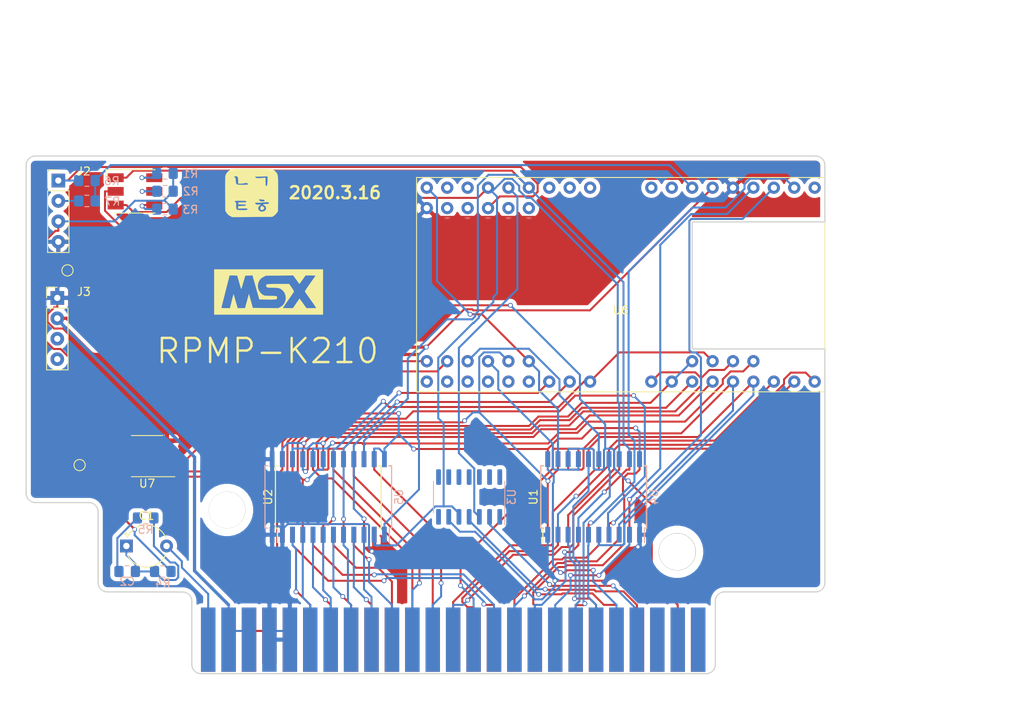
<source format=kicad_pcb>
(kicad_pcb (version 20171130) (host pcbnew 5.1.5+dfsg1-2)
  (layers (0 F.Cu power) (31 B.Cu power) (34 B.Paste user) (35 F.Paste user) (36 B.SilkS user) (37 F.SilkS user) (38 B.Mask user) (39 F.Mask user) (44 Edge.Cuts user))
  (net 0 "")
  (net 1 /RD3)
  (net 2 /RD4)
  (net 3 /RD6)
  (net 4 /RD7)
  (net 5 /RD0)
  (net 6 /RD1)
  (net 7 /RD2)
  (net 8 /RD5)
  (net 9 /WAIT)
  (net 10 /INT)
  (net 11 /BUSDIR)
  (net 12 /IORQ)
  (net 13 /MREQ)
  (net 14 /WR)
  (net 15 /RD)
  (net 16 /RESET)
  (net 17 /A9)
  (net 18 /A15)
  (net 19 /A11)
  (net 20 /A10)
  (net 21 /A7)
  (net 22 /A6)
  (net 23 /A12)
  (net 24 /A8)
  (net 25 /A14)
  (net 26 /A13)
  (net 27 /A1)
  (net 28 /A0)
  (net 29 /A3)
  (net 30 /A2)
  (net 31 /A5)
  (net 32 /A4)
  (net 33 /D1)
  (net 34 /D0)
  (net 35 /D3)
  (net 36 /D2)
  (net 37 /D5)
  (net 38 /D4)
  (net 39 /D7)
  (net 40 /D6)
  (net 41 /CLK)
  (net 42 "Net-(P1-Pad5)")
  (net 43 "Net-(P1-Pad16)")
  (net 44 /RA8)
  (net 45 /RA11)
  (net 46 /RA15)
  (net 47 /RA12)
  (net 48 /RA13)
  (net 49 /RA14)
  (net 50 "Net-(P1-Pad1)")
  (net 51 "Net-(P1-Pad2)")
  (net 52 "Net-(P1-Pad3)")
  (net 53 /SLTSL)
  (net 54 "Net-(P1-Pad6)")
  (net 55 "Net-(P1-Pad44)")
  (net 56 "Net-(P1-Pad48)")
  (net 57 "Net-(P1-Pad50)")
  (net 58 /M1)
  (net 59 /SOUNDIN)
  (net 60 "Net-(D1-Pad4)")
  (net 61 "Net-(D1-Pad5)")
  (net 62 "Net-(D1-Pad6)")
  (net 63 /DAT_EN)
  (net 64 /DAT_DIR)
  (net 65 /ADDR)
  (net 66 "Net-(C1-Pad1)")
  (net 67 /RA10)
  (net 68 /RA9)
  (net 69 "Net-(C2-Pad1)")
  (net 70 /SDA)
  (net 71 /SCK)
  (net 72 /VCC)
  (net 73 /GND)
  (net 74 /5V0)
  (net 75 "Net-(U6-Pad22)")
  (net 76 /3V3)
  (net 77 /RC19)
  (net 78 /RC17)
  (net 79 /RC21)
  (net 80 /RC23)
  (net 81 /RC24)
  (net 82 /RC20)
  (net 83 /PCM_DATA)
  (net 84 /PCM_WS)
  (net 85 /PCM_RCK)
  (net 86 /BOOT)
  (net 87 /UARTTX)
  (net 88 /UARTRX)
  (net 89 /SND)
  (net 90 "Net-(U7-Pad7)")
  (net 91 /SCL)
  (net 92 /SND0)
  (net 93 "Net-(U6-Pad1)")
  (net 94 "Net-(U6-Pad2)")
  (net 95 "Net-(U6-Pad3)")
  (net 96 "Net-(U6-Pad4)")
  (net 97 "Net-(U6-Pad5)")
  (net 98 /SPI_MISO)
  (net 99 /SPI_MOSI)
  (net 100 /SPI_CS)
  (net 101 /SPI_SCLK)
  (net 102 /RST)
  (net 103 /RC29)
  (net 104 "Net-(U6-Pad0)")
  (net 105 "Net-(U6-Pad46)")
  (net 106 "Net-(U6-Pad45)")
  (net 107 /PCKM_DATA)
  (module Connector_PinHeader_2.54mm:PinHeader_1x04_P2.54mm_Vertical (layer F.Cu) (at 108.331 52.705)
    (fp_text reference J2 (at 3.175 -1.143) (layer F.SilkS))
    (fp_text value Conn_01x04)
    (pad 4 thru_hole oval (at 0 7.62) (size 1.7 1.7) (drill 0.775) (layers *.Cu *.Mask) (net 73 /GND))
    (pad 3 thru_hole oval (at 0 5.08) (size 1.7 1.7) (drill 0.775) (layers *.Cu *.Mask) (net 72 /VCC))
    (pad 2 thru_hole oval (at 0 2.54) (size 1.7 1.7) (drill 0.775) (layers *.Cu *.Mask) (net 71 /SCK))
    (pad 1 thru_hole rect (at 0 0) (size 1.7 1.7) (drill 0.775) (layers *.Cu *.Mask) (net 70 /SDA))
  )
  (module Capacitor_SMD:C_0805_2012Metric_Pad1.15x1.40mm_HandSolder (layer B.Cu) (at 116.901 101.346)
    (fp_text reference C2 (at 0 1.25) (layer B.SilkS) (effects (justify mirror)))
    (fp_text value C)
    (pad 2 smd roundrect (at 1.025 0) (size 1.15 1.4) (layers B.Cu B.Paste B.Mask) (roundrect_rratio 0.217391) (net 66 "Net-(C1-Pad1)"))
    (pad 1 smd roundrect (at -1.025 0) (size 1.15 1.4) (layers B.Cu B.Paste B.Mask) (roundrect_rratio 0.217391) (net 69 "Net-(C2-Pad1)"))
  )
  (module Resistor_SMD:R_0805_2012Metric_Pad1.15x1.40mm_HandSolder (layer B.Cu) (at 121.602 51.816)
    (fp_text reference R1 (at 3.1628 0.0508) (layer B.SilkS) (effects (justify mirror)))
    (fp_text value R)
    (pad 2 smd roundrect (at 1.025 0) (size 1.15 1.4) (layers B.Cu B.Paste B.Mask) (roundrect_rratio 0.217391) (net 72 /VCC))
    (pad 1 smd roundrect (at -1.025 0) (size 1.15 1.4) (layers B.Cu B.Paste B.Mask) (roundrect_rratio 0.217391) (net 62 "Net-(D1-Pad6)"))
  )
  (module Resistor_SMD:R_0805_2012Metric_Pad1.15x1.40mm_HandSolder (layer B.Cu) (at 121.602 54.0385)
    (fp_text reference R2 (at 3.2136 0.0127) (layer B.SilkS) (effects (justify mirror)))
    (fp_text value R)
    (pad 2 smd roundrect (at 1.025 0) (size 1.15 1.4) (layers B.Cu B.Paste B.Mask) (roundrect_rratio 0.217391) (net 72 /VCC))
    (pad 1 smd roundrect (at -1.025 0) (size 1.15 1.4) (layers B.Cu B.Paste B.Mask) (roundrect_rratio 0.217391) (net 61 "Net-(D1-Pad5)"))
  )
  (module Resistor_SMD:R_0805_2012Metric_Pad1.15x1.40mm_HandSolder (layer B.Cu) (at 121.602 56.261)
    (fp_text reference R3 (at 3.1628 0.0762) (layer B.SilkS) (effects (justify mirror)))
    (fp_text value R)
    (pad 2 smd roundrect (at 1.025 0) (size 1.15 1.4) (layers B.Cu B.Paste B.Mask) (roundrect_rratio 0.217391) (net 72 /VCC))
    (pad 1 smd roundrect (at -1.025 0) (size 1.15 1.4) (layers B.Cu B.Paste B.Mask) (roundrect_rratio 0.217391) (net 60 "Net-(D1-Pad4)"))
  )
  (module Resistor_SMD:R_0805_2012Metric_Pad1.15x1.40mm_HandSolder (layer B.Cu) (at 121.328 101.346)
    (fp_text reference R4 (at 0 1.45) (layer B.SilkS) (effects (justify mirror)))
    (fp_text value R)
    (pad 2 smd roundrect (at 1.025 0) (size 1.15 1.4) (layers B.Cu B.Paste B.Mask) (roundrect_rratio 0.217391) (net 89 /SND))
    (pad 1 smd roundrect (at -1.025 0) (size 1.15 1.4) (layers B.Cu B.Paste B.Mask) (roundrect_rratio 0.217391) (net 66 "Net-(C1-Pad1)"))
  )
  (module Resistor_SMD:R_0805_2012Metric_Pad1.15x1.40mm_HandSolder (layer B.Cu) (at 119.202 94.6912)
    (fp_text reference R5 (at 0 1.45) (layer B.SilkS) (effects (justify mirror)))
    (fp_text value R)
    (pad 2 smd roundrect (at 1.025 0) (size 1.15 1.4) (layers B.Cu B.Paste B.Mask) (roundrect_rratio 0.217391) (net 66 "Net-(C1-Pad1)"))
    (pad 1 smd roundrect (at -1.025 0) (size 1.15 1.4) (layers B.Cu B.Paste B.Mask) (roundrect_rratio 0.217391) (net 69 "Net-(C2-Pad1)"))
  )
  (module MSX:card_edge_connector (layer F.Cu) (at 156.2 106.68)
    (fp_text reference P1 hide)
    (fp_text value CONN_02X25)
    (pad "" np_thru_hole circle (at 29.12364 -7.78256) (size 4.5 4.5) (drill 4.5) (layers *.Cu *.Mask F.SilkS) (clearance 1))
    (pad 1 connect rect (at 31.73984 3.14744) (size 1.8 8) (layers B.Cu B.Mask) (net 50 "Net-(P1-Pad1)"))
    (pad 2 connect rect (at 31.73984 3.14744) (size 1.8 8) (layers F.Cu F.Mask) (net 51 "Net-(P1-Pad2)"))
    (pad 3 connect rect (at 29.19984 3.14744) (size 1.8 8) (layers B.Cu B.Mask) (net 52 "Net-(P1-Pad3)"))
    (pad 4 connect rect (at 29.19984 3.14744) (size 1.8 8) (layers F.Cu F.Mask) (net 53 /SLTSL))
    (pad 5 connect rect (at 26.65984 3.14744) (size 1.8 8) (layers B.Cu B.Mask) (net 42 "Net-(P1-Pad5)"))
    (pad 6 connect rect (at 26.65984 3.14744) (size 1.8 8) (layers F.Cu F.Mask) (net 54 "Net-(P1-Pad6)"))
    (pad 7 connect rect (at 24.11984 3.14744) (size 1.8 8) (layers B.Cu B.Mask) (net 9 /WAIT))
    (pad 8 connect rect (at 24.11984 3.14744) (size 1.8 8) (layers F.Cu F.Mask) (net 10 /INT))
    (pad 9 connect rect (at 21.57984 3.14744) (size 1.8 8) (layers B.Cu B.Mask) (net 58 /M1))
    (pad 10 connect rect (at 21.57984 3.14744) (size 1.8 8) (layers F.Cu F.Mask) (net 11 /BUSDIR))
    (pad 11 connect rect (at 19.03984 3.14744) (size 1.8 8) (layers B.Cu B.Mask) (net 12 /IORQ))
    (pad 12 connect rect (at 19.03984 3.14744) (size 1.8 8) (layers F.Cu F.Mask) (net 13 /MREQ))
    (pad 13 connect rect (at 16.49984 3.14744) (size 1.8 8) (layers B.Cu B.Mask) (net 14 /WR))
    (pad 14 connect rect (at 16.49984 3.14744) (size 1.8 8) (layers F.Cu F.Mask) (net 15 /RD))
    (pad 15 connect rect (at 13.95984 3.14744) (size 1.8 8) (layers B.Cu B.Mask) (net 16 /RESET))
    (pad 16 connect rect (at 13.95984 3.14744) (size 1.8 8) (layers F.Cu F.Mask) (net 43 "Net-(P1-Pad16)"))
    (pad 17 connect rect (at 11.41984 3.14744) (size 1.8 8) (layers B.Cu B.Mask) (net 17 /A9))
    (pad 18 connect rect (at 11.41984 3.14744) (size 1.8 8) (layers F.Cu F.Mask) (net 18 /A15))
    (pad 19 connect rect (at 8.87984 3.14744) (size 1.8 8) (layers B.Cu B.Mask) (net 19 /A11))
    (pad 20 connect rect (at 8.87984 3.14744) (size 1.8 8) (layers F.Cu F.Mask) (net 20 /A10))
    (pad 21 connect rect (at 6.33984 3.14744) (size 1.8 8) (layers B.Cu B.Mask) (net 21 /A7))
    (pad 22 connect rect (at 6.33984 3.14744) (size 1.8 8) (layers F.Cu F.Mask) (net 22 /A6))
    (pad 23 connect rect (at 3.79984 3.14744) (size 1.8 8) (layers B.Cu B.Mask) (net 23 /A12))
    (pad 24 connect rect (at 3.79984 3.14744) (size 1.8 8) (layers F.Cu F.Mask) (net 24 /A8))
    (pad 25 connect rect (at 1.25984 3.14744) (size 1.8 8) (layers B.Cu B.Mask) (net 25 /A14))
    (pad 26 connect rect (at 1.25984 3.14744) (size 1.8 8) (layers F.Cu F.Mask) (net 26 /A13))
    (pad 27 connect rect (at -1.28016 3.14744) (size 1.8 8) (layers B.Cu B.Mask) (net 27 /A1))
    (pad 28 connect rect (at -1.28016 3.14744) (size 1.8 8) (layers F.Cu F.Mask) (net 28 /A0))
    (pad 29 connect rect (at -3.82016 3.14744) (size 1.8 8) (layers B.Cu B.Mask) (net 29 /A3))
    (pad 30 connect rect (at -3.82016 3.14744) (size 1.8 8) (layers F.Cu F.Mask) (net 30 /A2))
    (pad 31 connect rect (at -6.36016 3.14744) (size 1.8 8) (layers B.Cu B.Mask) (net 31 /A5))
    (pad 32 connect rect (at -6.36016 3.14744) (size 1.8 8) (layers F.Cu F.Mask) (net 32 /A4))
    (pad 33 connect rect (at -8.90016 3.14744) (size 1.8 8) (layers B.Cu B.Mask) (net 33 /D1))
    (pad 34 connect rect (at -8.90016 3.14744) (size 1.8 8) (layers F.Cu F.Mask) (net 34 /D0))
    (pad 35 connect rect (at -11.44016 3.14744) (size 1.8 8) (layers B.Cu B.Mask) (net 35 /D3))
    (pad 36 connect rect (at -11.44016 3.14744) (size 1.8 8) (layers F.Cu F.Mask) (net 36 /D2))
    (pad 37 connect rect (at -13.98016 3.14744) (size 1.8 8) (layers B.Cu B.Mask) (net 37 /D5))
    (pad 38 connect rect (at -13.98016 3.14744) (size 1.8 8) (layers F.Cu F.Mask) (net 38 /D4))
    (pad 39 connect rect (at -16.52016 3.14744) (size 1.8 8) (layers B.Cu B.Mask) (net 39 /D7))
    (pad 40 connect rect (at -16.52016 3.14744) (size 1.8 8) (layers F.Cu F.Mask) (net 40 /D6))
    (pad 41 connect rect (at -19.06016 3.14744) (size 1.8 8) (layers B.Cu B.Mask) (net 73 /GND))
    (pad 42 connect rect (at -19.06016 3.14744) (size 1.8 8) (layers F.Cu F.Mask) (net 41 /CLK))
    (pad 43 connect rect (at -21.60016 3.14744) (size 1.8 8) (layers B.Cu B.Mask) (net 73 /GND))
    (pad 44 connect rect (at -21.60524 2.65468) (size 1.8 7) (layers F.Cu F.Mask) (net 55 "Net-(P1-Pad44)"))
    (pad 45 connect rect (at -24.14016 3.14744) (size 1.8 8) (layers B.Cu B.Mask) (net 74 /5V0))
    (pad 46 connect rect (at -24.14016 3.14744) (size 1.8 8) (layers F.Cu F.Mask) (net 55 "Net-(P1-Pad44)"))
    (pad 47 connect rect (at -26.68016 3.14744) (size 1.8 8) (layers B.Cu B.Mask) (net 74 /5V0))
    (pad 48 connect rect (at -26.68016 3.14744) (size 1.8 8) (layers F.Cu F.Mask) (net 56 "Net-(P1-Pad48)"))
    (pad 49 connect rect (at -29.22016 3.14744) (size 1.8 8) (layers B.Cu B.Mask) (net 59 /SOUNDIN))
    (pad 50 connect rect (at -29.22016 3.14744) (size 1.8 8) (layers F.Cu F.Mask) (net 57 "Net-(P1-Pad50)"))
    (pad "" np_thru_hole circle (at -26.87574 -12.98448) (size 4.5 4.5) (drill 4.5) (layers *.Cu *.Mask F.SilkS) (clearance 1))
  )
  (module LEDs:LED_RGB_5050-6 (layer F.Cu) (at 117.869 54.053)
    (fp_text reference D1 hide)
    (fp_text value LED_RGB)
    (pad 1 smd rect (at -2.4 -1.7 90) (size 1.1 2) (layers F.Cu F.Paste F.Mask) (net 63 /DAT_EN))
    (pad 2 smd rect (at -2.4 0 90) (size 1.1 2) (layers F.Cu F.Paste F.Mask) (net 53 /SLTSL))
    (pad 3 smd rect (at -2.4 1.7 90) (size 1.1 2) (layers F.Cu F.Paste F.Mask) (net 64 /DAT_DIR))
    (pad 4 smd rect (at 2.4 1.7 90) (size 1.1 2) (layers F.Cu F.Paste F.Mask) (net 60 "Net-(D1-Pad4)"))
    (pad 5 smd rect (at 2.4 0 90) (size 1.1 2) (layers F.Cu F.Paste F.Mask) (net 61 "Net-(D1-Pad5)"))
    (pad 6 smd rect (at 2.4 -1.7 90) (size 1.1 2) (layers F.Cu F.Paste F.Mask) (net 62 "Net-(D1-Pad6)"))
  )
  (module Housings_SOIC:SOIC-20W_7.5x12.8mm_Pitch1.27mm (layer F.Cu) (at 174.942 92.075 90)
    (fp_text reference U1 (at 0 -7.5 90) (layer F.SilkS))
    (fp_text value 74HC244)
    (pad 1 smd rect (at -4.7 -5.715 90) (size 1.95 0.6) (layers F.Cu F.Paste F.Mask) (net 65 /ADDR))
    (pad 2 smd rect (at -4.7 -4.445 90) (size 1.95 0.6) (layers F.Cu F.Paste F.Mask) (net 24 /A8))
    (pad 3 smd rect (at -4.7 -3.175 90) (size 1.95 0.6) (layers F.Cu F.Paste F.Mask) (net 47 /RA12))
    (pad 4 smd rect (at -4.7 -1.905 90) (size 1.95 0.6) (layers F.Cu F.Paste F.Mask) (net 17 /A9))
    (pad 5 smd rect (at -4.7 -0.635 90) (size 1.95 0.6) (layers F.Cu F.Paste F.Mask) (net 48 /RA13))
    (pad 6 smd rect (at -4.7 0.635 90) (size 1.95 0.6) (layers F.Cu F.Paste F.Mask) (net 20 /A10))
    (pad 7 smd rect (at -4.7 1.905 90) (size 1.95 0.6) (layers F.Cu F.Paste F.Mask) (net 49 /RA14))
    (pad 8 smd rect (at -4.7 3.175 90) (size 1.95 0.6) (layers F.Cu F.Paste F.Mask) (net 19 /A11))
    (pad 9 smd rect (at -4.7 4.445 90) (size 1.95 0.6) (layers F.Cu F.Paste F.Mask) (net 46 /RA15))
    (pad 10 smd rect (at -4.7 5.715 90) (size 1.95 0.6) (layers F.Cu F.Paste F.Mask) (net 73 /GND))
    (pad 11 smd rect (at 4.7 5.715 90) (size 1.95 0.6) (layers F.Cu F.Paste F.Mask) (net 18 /A15))
    (pad 12 smd rect (at 4.7 4.445 90) (size 1.95 0.6) (layers F.Cu F.Paste F.Mask) (net 45 /RA11))
    (pad 13 smd rect (at 4.7 3.175 90) (size 1.95 0.6) (layers F.Cu F.Paste F.Mask) (net 25 /A14))
    (pad 14 smd rect (at 4.7 1.905 90) (size 1.95 0.6) (layers F.Cu F.Paste F.Mask) (net 67 /RA10))
    (pad 15 smd rect (at 4.7 0.635 90) (size 1.95 0.6) (layers F.Cu F.Paste F.Mask) (net 26 /A13))
    (pad 16 smd rect (at 4.7 -0.635 90) (size 1.95 0.6) (layers F.Cu F.Paste F.Mask) (net 68 /RA9))
    (pad 17 smd rect (at 4.7 -1.905 90) (size 1.95 0.6) (layers F.Cu F.Paste F.Mask) (net 23 /A12))
    (pad 18 smd rect (at 4.7 -3.175 90) (size 1.95 0.6) (layers F.Cu F.Paste F.Mask) (net 44 /RA8))
    (pad 19 smd rect (at 4.7 -4.445 90) (size 1.95 0.6) (layers F.Cu F.Paste F.Mask) (net 65 /ADDR))
    (pad 20 smd rect (at 4.7 -5.715 90) (size 1.95 0.6) (layers F.Cu F.Paste F.Mask) (net 72 /VCC))
  )
  (module Housings_SOIC:SOIC-20W_7.5x12.8mm_Pitch1.27mm (layer F.Cu) (at 141.922 92.075 90)
    (fp_text reference U2 (at 0 -7.5 90) (layer F.SilkS))
    (fp_text value 74HC244)
    (pad 1 smd rect (at -4.7 -5.715 90) (size 1.95 0.6) (layers F.Cu F.Paste F.Mask) (net 65 /ADDR))
    (pad 2 smd rect (at -4.7 -4.445 90) (size 1.95 0.6) (layers F.Cu F.Paste F.Mask) (net 22 /A6))
    (pad 3 smd rect (at -4.7 -3.175 90) (size 1.95 0.6) (layers F.Cu F.Paste F.Mask) (net 7 /RD2))
    (pad 4 smd rect (at -4.7 -1.905 90) (size 1.95 0.6) (layers F.Cu F.Paste F.Mask) (net 21 /A7))
    (pad 5 smd rect (at -4.7 -0.635 90) (size 1.95 0.6) (layers F.Cu F.Paste F.Mask) (net 1 /RD3))
    (pad 6 smd rect (at -4.7 0.635 90) (size 1.95 0.6) (layers F.Cu F.Paste F.Mask) (net 32 /A4))
    (pad 7 smd rect (at -4.7 1.905 90) (size 1.95 0.6) (layers F.Cu F.Paste F.Mask) (net 5 /RD0))
    (pad 8 smd rect (at -4.7 3.175 90) (size 1.95 0.6) (layers F.Cu F.Paste F.Mask) (net 31 /A5))
    (pad 9 smd rect (at -4.7 4.445 90) (size 1.95 0.6) (layers F.Cu F.Paste F.Mask) (net 6 /RD1))
    (pad 10 smd rect (at -4.7 5.715 90) (size 1.95 0.6) (layers F.Cu F.Paste F.Mask) (net 73 /GND))
    (pad 11 smd rect (at 4.7 5.715 90) (size 1.95 0.6) (layers F.Cu F.Paste F.Mask) (net 27 /A1))
    (pad 12 smd rect (at 4.7 4.445 90) (size 1.95 0.6) (layers F.Cu F.Paste F.Mask) (net 8 /RD5))
    (pad 13 smd rect (at 4.7 3.175 90) (size 1.95 0.6) (layers F.Cu F.Paste F.Mask) (net 28 /A0))
    (pad 14 smd rect (at 4.7 1.905 90) (size 1.95 0.6) (layers F.Cu F.Paste F.Mask) (net 2 /RD4))
    (pad 15 smd rect (at 4.7 0.635 90) (size 1.95 0.6) (layers F.Cu F.Paste F.Mask) (net 29 /A3))
    (pad 16 smd rect (at 4.7 -0.635 90) (size 1.95 0.6) (layers F.Cu F.Paste F.Mask) (net 4 /RD7))
    (pad 17 smd rect (at 4.7 -1.905 90) (size 1.95 0.6) (layers F.Cu F.Paste F.Mask) (net 30 /A2))
    (pad 18 smd rect (at 4.7 -3.175 90) (size 1.95 0.6) (layers F.Cu F.Paste F.Mask) (net 3 /RD6))
    (pad 19 smd rect (at 4.7 -4.445 90) (size 1.95 0.6) (layers F.Cu F.Paste F.Mask) (net 65 /ADDR))
    (pad 20 smd rect (at 4.7 -5.715 90) (size 1.95 0.6) (layers F.Cu F.Paste F.Mask) (net 72 /VCC))
  )
  (module Housings_SOIC:SOIC-20W_7.5x12.8mm_Pitch1.27mm (layer B.Cu) (at 174.942 92.075 90)
    (fp_text reference U4 (at 0 7.5 90) (layer B.SilkS) (effects (justify mirror)))
    (fp_text value 74HC244)
    (pad 1 smd rect (at -4.7 5.715 90) (size 1.95 0.6) (layers B.Cu B.Paste B.Mask) (net 73 /GND))
    (pad 2 smd rect (at -4.7 4.445 90) (size 1.95 0.6) (layers B.Cu B.Paste B.Mask) (net 16 /RESET))
    (pad 3 smd rect (at -4.7 3.175 90) (size 1.95 0.6) (layers B.Cu B.Paste B.Mask) (net 44 /RA8))
    (pad 4 smd rect (at -4.7 1.905 90) (size 1.95 0.6) (layers B.Cu B.Paste B.Mask) (net 41 /CLK))
    (pad 5 smd rect (at -4.7 0.635 90) (size 1.95 0.6) (layers B.Cu B.Paste B.Mask) (net 68 /RA9))
    (pad 6 smd rect (at -4.7 -0.635 90) (size 1.95 0.6) (layers B.Cu B.Paste B.Mask) (net 12 /IORQ))
    (pad 7 smd rect (at -4.7 -1.905 90) (size 1.95 0.6) (layers B.Cu B.Paste B.Mask) (net 45 /RA11))
    (pad 8 smd rect (at -4.7 -3.175 90) (size 1.95 0.6) (layers B.Cu B.Paste B.Mask) (net 13 /MREQ))
    (pad 9 smd rect (at -4.7 -4.445 90) (size 1.95 0.6) (layers B.Cu B.Paste B.Mask) (net 67 /RA10))
    (pad 10 smd rect (at -4.7 -5.715 90) (size 1.95 0.6) (layers B.Cu B.Paste B.Mask) (net 73 /GND))
    (pad 11 smd rect (at 4.7 -5.715 90) (size 1.95 0.6) (layers B.Cu B.Paste B.Mask) (net 58 /M1))
    (pad 12 smd rect (at 4.7 -4.445 90) (size 1.95 0.6) (layers B.Cu B.Paste B.Mask) (net 79 /RC21))
    (pad 13 smd rect (at 4.7 -3.175 90) (size 1.95 0.6) (layers B.Cu B.Paste B.Mask) (net 53 /SLTSL))
    (pad 14 smd rect (at 4.7 -1.905 90) (size 1.95 0.6) (layers B.Cu B.Paste B.Mask) (net 80 /RC23))
    (pad 15 smd rect (at 4.7 -0.635 90) (size 1.95 0.6) (layers B.Cu B.Paste B.Mask) (net 14 /WR))
    (pad 16 smd rect (at 4.7 0.635 90) (size 1.95 0.6) (layers B.Cu B.Paste B.Mask) (net 81 /RC24))
    (pad 17 smd rect (at 4.7 1.905 90) (size 1.95 0.6) (layers B.Cu B.Paste B.Mask) (net 15 /RD))
    (pad 18 smd rect (at 4.7 3.175 90) (size 1.95 0.6) (layers B.Cu B.Paste B.Mask) (net 64 /DAT_DIR))
    (pad 19 smd rect (at 4.7 4.445 90) (size 1.95 0.6) (layers B.Cu B.Paste B.Mask) (net 63 /DAT_EN))
    (pad 20 smd rect (at 4.7 5.715 90) (size 1.95 0.6) (layers B.Cu B.Paste B.Mask) (net 72 /VCC))
  )
  (module Housings_SOIC:SOIC-24W_7.5x15.4mm_Pitch1.27mm (layer B.Cu) (at 141.922 92.075 90)
    (fp_text reference U5 (at 0 8.8 90) (layer B.SilkS) (effects (justify mirror)))
    (fp_text value LVC4245)
    (pad 1 smd rect (at -4.7 6.985 90) (size 2 0.6) (layers B.Cu B.Paste B.Mask) (net 74 /5V0))
    (pad 2 smd rect (at -4.7 5.715 90) (size 2 0.6) (layers B.Cu B.Paste B.Mask) (net 64 /DAT_DIR))
    (pad 3 smd rect (at -4.7 4.445 90) (size 2 0.6) (layers B.Cu B.Paste B.Mask) (net 33 /D1))
    (pad 4 smd rect (at -4.7 3.175 90) (size 2 0.6) (layers B.Cu B.Paste B.Mask) (net 34 /D0))
    (pad 5 smd rect (at -4.7 1.905 90) (size 2 0.6) (layers B.Cu B.Paste B.Mask) (net 35 /D3))
    (pad 6 smd rect (at -4.7 0.635 90) (size 2 0.6) (layers B.Cu B.Paste B.Mask) (net 36 /D2))
    (pad 7 smd rect (at -4.7 -0.635 90) (size 2 0.6) (layers B.Cu B.Paste B.Mask) (net 37 /D5))
    (pad 8 smd rect (at -4.7 -1.905 90) (size 2 0.6) (layers B.Cu B.Paste B.Mask) (net 38 /D4))
    (pad 9 smd rect (at -4.7 -3.175 90) (size 2 0.6) (layers B.Cu B.Paste B.Mask) (net 39 /D7))
    (pad 10 smd rect (at -4.7 -4.445 90) (size 2 0.6) (layers B.Cu B.Paste B.Mask) (net 40 /D6))
    (pad 11 smd rect (at -4.7 -5.715 90) (size 2 0.6) (layers B.Cu B.Paste B.Mask) (net 73 /GND))
    (pad 12 smd rect (at -4.7 -6.985 90) (size 2 0.6) (layers B.Cu B.Paste B.Mask) (net 73 /GND))
    (pad 13 smd rect (at 4.7 -6.985 90) (size 2 0.6) (layers B.Cu B.Paste B.Mask) (net 73 /GND))
    (pad 14 smd rect (at 4.7 -5.715 90) (size 2 0.6) (layers B.Cu B.Paste B.Mask) (net 3 /RD6))
    (pad 15 smd rect (at 4.7 -4.445 90) (size 2 0.6) (layers B.Cu B.Paste B.Mask) (net 4 /RD7))
    (pad 16 smd rect (at 4.7 -3.175 90) (size 2 0.6) (layers B.Cu B.Paste B.Mask) (net 2 /RD4))
    (pad 17 smd rect (at 4.7 -1.905 90) (size 2 0.6) (layers B.Cu B.Paste B.Mask) (net 8 /RD5))
    (pad 18 smd rect (at 4.7 -0.635 90) (size 2 0.6) (layers B.Cu B.Paste B.Mask) (net 7 /RD2))
    (pad 19 smd rect (at 4.7 0.635 90) (size 2 0.6) (layers B.Cu B.Paste B.Mask) (net 1 /RD3))
    (pad 20 smd rect (at 4.7 1.905 90) (size 2 0.6) (layers B.Cu B.Paste B.Mask) (net 5 /RD0))
    (pad 21 smd rect (at 4.7 3.175 90) (size 2 0.6) (layers B.Cu B.Paste B.Mask) (net 6 /RD1))
    (pad 22 smd rect (at 4.7 4.445 90) (size 2 0.6) (layers B.Cu B.Paste B.Mask) (net 63 /DAT_EN))
    (pad 23 smd rect (at 4.7 5.715 90) (size 2 0.6) (layers B.Cu B.Paste B.Mask) (net 72 /VCC))
    (pad 24 smd rect (at 4.7 6.985 90) (size 2 0.6) (layers B.Cu B.Paste B.Mask) (net 72 /VCC))
  )
  (module MSX:LOGO (layer F.Cu) (at 134.493 66.548)
    (fp_text reference G2 hide)
    (fp_text value LOGO hide)
  )
  (module MSX:srxg10 (layer F.Cu) (at 132.334 54.61)
    (fp_text reference G1 hide)
    (fp_text value LOGO hide)
  )
  (module Package_SO:SOIC-14_3.9x8.7mm_P1.27mm (layer B.Cu) (at 159.448 92.075 90)
    (fp_text reference U3 (at 0 5.28 90) (layer B.SilkS) (effects (justify mirror)))
    (fp_text value 74LS07)
    (pad 1 smd roundrect (at -2.475 3.81 90) (size 1.95 0.6) (layers B.Cu B.Paste B.Mask) (net 77 /RC19))
    (pad 2 smd roundrect (at -2.475 2.54 90) (size 1.95 0.6) (layers B.Cu B.Paste B.Mask) (net 9 /WAIT))
    (pad 3 smd roundrect (at -2.475 1.27 90) (size 1.95 0.6) (layers B.Cu B.Paste B.Mask) (net 78 /RC17))
    (pad 4 smd roundrect (at -2.475 0 90) (size 1.95 0.6) (layers B.Cu B.Paste B.Mask) (net 10 /INT))
    (pad 5 smd roundrect (at -2.475 -1.27 90) (size 1.95 0.6) (layers B.Cu B.Paste B.Mask) (net 64 /DAT_DIR))
    (pad 6 smd roundrect (at -2.475 -2.54 90) (size 1.95 0.6) (layers B.Cu B.Paste B.Mask) (net 11 /BUSDIR))
    (pad 7 smd roundrect (at -2.475 -3.81 90) (size 1.95 0.6) (layers B.Cu B.Paste B.Mask))
    (pad 8 smd roundrect (at 2.475 -3.81 90) (size 1.95 0.6) (layers B.Cu B.Paste B.Mask))
    (pad 9 smd roundrect (at 2.475 -2.54 90) (size 1.95 0.6) (layers B.Cu B.Paste B.Mask))
    (pad 10 smd roundrect (at 2.475 -1.27 90) (size 1.95 0.6) (layers B.Cu B.Paste B.Mask))
    (pad 11 smd roundrect (at 2.475 0 90) (size 1.95 0.6) (layers B.Cu B.Paste B.Mask))
    (pad 12 smd roundrect (at 2.475 1.27 90) (size 1.95 0.6) (layers B.Cu B.Paste B.Mask))
    (pad 13 smd roundrect (at 2.475 2.54 90) (size 1.95 0.6) (layers B.Cu B.Paste B.Mask))
    (pad 14 smd roundrect (at 2.475 3.81 90) (size 1.95 0.6) (layers B.Cu B.Paste B.Mask))
  )
  (module Capacitor_THT:CP_Radial_Tantal_D5.0mm_P5.00mm (layer F.Cu) (at 116.802 98.171)
    (fp_text reference C1 (at 2.5 -3.75) (layer F.SilkS))
    (fp_text value CP)
    (pad 1 thru_hole rect (at 0 0) (size 1.6 1.6) (drill 0.8) (layers *.Cu *.Mask) (net 66 "Net-(C1-Pad1)"))
    (pad 2 thru_hole circle (at 5 0) (size 1.6 1.6) (drill 0.8) (layers *.Cu *.Mask) (net 59 /SOUNDIN))
  )
  (module Resistor_SMD:R_0805_2012Metric_Pad1.15x1.40mm_HandSolder (layer B.Cu) (at 111.887 52.705 180)
    (fp_text reference R6 (at -3.1115 -0.0635) (layer B.SilkS) (effects (justify mirror)))
    (fp_text value R)
    (pad 2 smd roundrect (at 1.025 0 180) (size 1.15 1.4) (layers B.Cu B.Paste B.Mask) (roundrect_rratio 0.217391) (net 70 /SDA))
    (pad 1 smd roundrect (at -1.025 0 180) (size 1.15 1.4) (layers B.Cu B.Paste B.Mask) (roundrect_rratio 0.217391) (net 76 /3V3))
  )
  (module Resistor_SMD:R_0805_2012Metric_Pad1.15x1.40mm_HandSolder (layer B.Cu) (at 111.887 55.245 180)
    (fp_text reference R7 (at -3.175 -0.0635) (layer B.SilkS) (effects (justify mirror)))
    (fp_text value R)
    (pad 1 smd roundrect (at -1.025 0 180) (size 1.15 1.4) (layers B.Cu B.Paste B.Mask) (roundrect_rratio 0.217391) (net 76 /3V3))
    (pad 2 smd roundrect (at 1.025 0 180) (size 1.15 1.4) (layers B.Cu B.Paste B.Mask) (roundrect_rratio 0.217391) (net 71 /SCK))
  )
  (module Package_SO:SOIC-8_3.9x4.9mm_P1.27mm (layer F.Cu) (at 119.38 86.995 180)
    (fp_text reference U7 (at 0 -3.4) (layer F.SilkS))
    (fp_text value PT8211)
    (pad 1 smd roundrect (at -2.475 -1.905 180) (size 1.95 0.6) (layers F.Cu F.Paste F.Mask) (net 85 /PCM_RCK))
    (pad 2 smd roundrect (at -2.475 -0.635 180) (size 1.95 0.6) (layers F.Cu F.Paste F.Mask) (net 84 /PCM_WS))
    (pad 3 smd roundrect (at -2.475 0.635 180) (size 1.95 0.6) (layers F.Cu F.Paste F.Mask) (net 83 /PCM_DATA))
    (pad 4 smd roundrect (at -2.475 1.905 180) (size 1.95 0.6) (layers F.Cu F.Paste F.Mask) (net 73 /GND))
    (pad 5 smd roundrect (at 2.475 1.905 180) (size 1.95 0.6) (layers F.Cu F.Paste F.Mask) (net 72 /VCC))
    (pad 6 smd roundrect (at 2.475 0.635 180) (size 1.95 0.6) (layers F.Cu F.Paste F.Mask) (net 92 /SND0))
    (pad 7 smd roundrect (at 2.475 -0.635 180) (size 1.95 0.6) (layers F.Cu F.Paste F.Mask) (net 90 "Net-(U7-Pad7)"))
    (pad 8 smd roundrect (at 2.475 -1.905 180) (size 1.95 0.6) (layers F.Cu F.Paste F.Mask) (net 89 /SND))
  )
  (module MSX:TestPoint_Pad_D1.0mm (layer F.Cu) (at 110.98022 88.11006 180)
    (fp_text reference W1 hide)
    (fp_text value TEST)
    (pad 1 smd circle (at 0 0 180) (size 1 1) (layers F.Cu F.Mask) (net 89 /SND))
    (pad 2 smd circle (at 0.01016 1.23698 180) (size 1 1) (layers F.Cu F.Mask) (net 92 /SND0))
  )
  (module Connector_PinHeader_2.54mm:PinHeader_1x04_P2.54mm_Vertical (layer F.Cu) (at 108.204 67.31)
    (fp_text reference J3 (at 3.302 -0.762) (layer F.SilkS))
    (fp_text value Conn_01x04_Male)
    (pad 1 thru_hole rect (at 0 0) (size 1.7 1.7) (drill 0.775) (layers *.Cu *.Mask) (net 73 /GND))
    (pad 2 thru_hole oval (at 0 2.54) (size 1.7 1.7) (drill 0.775) (layers *.Cu *.Mask) (net 74 /5V0))
    (pad 3 thru_hole oval (at 0 5.08) (size 1.7 1.7) (drill 0.775) (layers *.Cu *.Mask) (net 88 /UARTRX))
    (pad 4 thru_hole oval (at 0 7.62) (size 1.7 1.7) (drill 0.775) (layers *.Cu *.Mask) (net 87 /UARTTX))
  )
  (module MSX:TestPoint_Pad_D1.0mm (layer F.Cu) (at 109.474 63.881 270)
    (fp_text reference W2 hide)
    (fp_text value TEST)
    (pad 1 smd circle (at 0 0 270) (size 1 1) (layers F.Cu F.Mask) (net 86 /BOOT))
    (pad 2 smd circle (at 0.01016 1.23698 270) (size 1 1) (layers F.Cu F.Mask) (net 73 /GND))
  )
  (module MSX:maix_bit (layer F.Cu) (at 178.308 70.104 180)
    (fp_text reference U6 (at 0 1.27) (layer F.SilkS))
    (fp_text value SipeedMaixBit)
    (pad 1 thru_hole circle (at 21.59 -7.62 180) (size 1.524 1.524) (drill 0.773) (layers *.Cu *.Mask) (net 93 "Net-(U6-Pad1)"))
    (pad 2 thru_hole circle (at 19.05 -7.62 180) (size 1.524 1.524) (drill 0.773) (layers *.Cu *.Mask) (net 94 "Net-(U6-Pad2)"))
    (pad 3 thru_hole circle (at 16.51 -7.62 180) (size 1.524 1.524) (drill 0.773) (layers *.Cu *.Mask) (net 95 "Net-(U6-Pad3)"))
    (pad 4 thru_hole circle (at 13.97 -7.62 180) (size 1.524 1.524) (drill 0.773) (layers *.Cu *.Mask) (net 96 "Net-(U6-Pad4)"))
    (pad 5 thru_hole circle (at 11.43 -7.62 180) (size 1.524 1.524) (drill 0.773) (layers *.Cu *.Mask) (net 97 "Net-(U6-Pad5)"))
    (pad 6 thru_hole circle (at 8.89 -7.62 180) (size 1.524 1.524) (drill 0.773) (layers *.Cu *.Mask) (net 5 /RD0))
    (pad 7 thru_hole circle (at 6.35 -7.62 180) (size 1.524 1.524) (drill 0.773) (layers *.Cu *.Mask) (net 6 /RD1))
    (pad 8 thru_hole circle (at 3.81 -7.62 180) (size 1.524 1.524) (drill 0.773) (layers *.Cu *.Mask) (net 1 /RD3))
    (pad 9 thru_hole circle (at -3.81 -7.62 180) (size 1.524 1.524) (drill 0.773) (layers *.Cu *.Mask) (net 2 /RD4))
    (pad 10 thru_hole circle (at -6.35 -7.62 180) (size 1.524 1.524) (drill 0.773) (layers *.Cu *.Mask) (net 7 /RD2))
    (pad 15 thru_hole circle (at -8.89 -7.62 180) (size 1.524 1.524) (drill 0.773) (layers *.Cu *.Mask) (net 3 /RD6))
    (pad 19 thru_hole circle (at -19.05 -7.62 180) (size 1.524 1.524) (drill 0.773) (layers *.Cu *.Mask) (net 67 /RA10))
    (pad 20 thru_hole circle (at -21.59 -7.62 180) (size 1.524 1.524) (drill 0.773) (layers *.Cu *.Mask) (net 45 /RA11))
    (pad 21 thru_hole circle (at -24.13 -7.62 180) (size 1.524 1.524) (drill 0.773) (layers *.Cu *.Mask) (net 47 /RA12))
    (pad 23 thru_hole circle (at -21.59 16.51 180) (size 1.524 1.524) (drill 0.773) (layers *.Cu *.Mask) (net 48 /RA13))
    (pad 26 thru_hole circle (at -3.81 16.51 180) (size 1.524 1.524) (drill 0.773) (layers *.Cu *.Mask) (net 98 /SPI_MISO))
    (pad 28 thru_hole circle (at 6.35 16.51 180) (size 1.524 1.524) (drill 0.773) (layers *.Cu *.Mask) (net 99 /SPI_MOSI))
    (pad 30 thru_hole circle (at 11.43 16.51 180) (size 1.524 1.524) (drill 0.773) (layers *.Cu *.Mask) (net 63 /DAT_EN))
    (pad 29 thru_hole circle (at 8.89 16.51 180) (size 1.524 1.524) (drill 0.773) (layers *.Cu *.Mask) (net 100 /SPI_CS))
    (pad 49 thru_hole circle (at -8.89 16.51 180) (size 1.524 1.524) (drill 0.773) (layers *.Cu *.Mask) (net 76 /3V3))
    (pad 48 thru_hole circle (at -11.43 16.51 180) (size 1.524 1.524) (drill 0.773) (layers *.Cu *.Mask) (net 74 /5V0))
    (pad 34 thru_hole circle (at 21.59 16.51 180) (size 1.524 1.524) (drill 0.773) (layers *.Cu *.Mask) (net 82 /RC20))
    (pad 31 thru_hole circle (at 13.97 16.51 180) (size 1.524 1.524) (drill 0.773) (layers *.Cu *.Mask) (net 78 /RC17))
    (pad 27 thru_hole circle (at 3.81 16.51 180) (size 1.524 1.524) (drill 0.773) (layers *.Cu *.Mask) (net 101 /SPI_SCLK))
    (pad 22 thru_hole circle (at -24.13 16.51 180) (size 1.524 1.524) (drill 0.773) (layers *.Cu *.Mask) (net 75 "Net-(U6-Pad22)"))
    (pad 25 thru_hole circle (at -16.51 16.51 180) (size 1.524 1.524) (drill 0.773) (layers *.Cu *.Mask) (net 46 /RA15))
    (pad 24 thru_hole circle (at -19.05 16.51 180) (size 1.524 1.524) (drill 0.773) (layers *.Cu *.Mask) (net 49 /RA14))
    (pad 32 thru_hole circle (at 16.51 16.51 180) (size 1.524 1.524) (drill 0.773) (layers *.Cu *.Mask) (net 64 /DAT_DIR))
    (pad 35 thru_hole circle (at 24.13 16.51 180) (size 1.524 1.524) (drill 0.773) (layers *.Cu *.Mask) (net 79 /RC21))
    (pad 47 thru_hole circle (at -13.97 16.51 180) (size 1.524 1.524) (drill 0.773) (layers *.Cu *.Mask) (net 73 /GND))
    (pad 50 thru_hole circle (at -6.35 16.51 180) (size 1.524 1.524) (drill 0.773) (layers *.Cu *.Mask) (net 102 /RST))
    (pad 33 thru_hole circle (at 19.05 16.51 180) (size 1.524 1.524) (drill 0.773) (layers *.Cu *.Mask) (net 103 /RC29))
    (pad 0 thru_hole circle (at 24.13 -7.62 180) (size 1.524 1.524) (drill 0.773) (layers *.Cu *.Mask) (net 104 "Net-(U6-Pad0)"))
    (pad 16 thru_hole circle (at -11.43 -7.62 180) (size 1.524 1.524) (drill 0.773) (layers *.Cu *.Mask) (net 4 /RD7))
    (pad 17 thru_hole circle (at -13.97 -7.62 180) (size 1.524 1.524) (drill 0.773) (layers *.Cu *.Mask) (net 44 /RA8))
    (pad 18 thru_hole circle (at -16.51 -7.62 180) (size 1.524 1.524) (drill 0.773) (layers *.Cu *.Mask) (net 68 /RA9))
    (pad 11 thru_hole circle (at -8.89 -5.08 180) (size 1.524 1.524) (drill 0.773) (layers *.Cu *.Mask) (net 7 /RD2))
    (pad 12 thru_hole circle (at -11.43 -5.08 180) (size 1.524 1.524) (drill 0.773) (layers *.Cu *.Mask) (net 1 /RD3))
    (pad 13 thru_hole circle (at -13.97 -5.08 180) (size 1.524 1.524) (drill 0.773) (layers *.Cu *.Mask) (net 2 /RD4))
    (pad 14 thru_hole circle (at -16.51 -5.08 180) (size 1.524 1.524) (drill 0.773) (layers *.Cu *.Mask) (net 8 /RD5))
    (pad 41 thru_hole circle (at 24.13 -5.08 180) (size 1.524 1.524) (drill 0.773) (layers *.Cu *.Mask) (net 84 /PCM_WS))
    (pad 40 thru_hole circle (at 21.59 -5.08 180) (size 1.524 1.524) (drill 0.773) (layers *.Cu *.Mask) (net 85 /PCM_RCK))
    (pad 39 thru_hole circle (at 19.05 -5.08 180) (size 1.524 1.524) (drill 0.773) (layers *.Cu *.Mask) (net 81 /RC24))
    (pad 38 thru_hole circle (at 16.51 -5.08 180) (size 1.524 1.524) (drill 0.773) (layers *.Cu *.Mask) (net 80 /RC23))
    (pad 37 thru_hole circle (at 13.97 -5.08 180) (size 1.524 1.524) (drill 0.773) (layers *.Cu *.Mask) (net 65 /ADDR))
    (pad 36 thru_hole circle (at 11.43 -5.08 180) (size 1.524 1.524) (drill 0.773) (layers *.Cu *.Mask) (net 79 /RC21))
    (pad 47 thru_hole circle (at 24.13 13.97 180) (size 1.524 1.524) (drill 0.773) (layers *.Cu *.Mask) (net 73 /GND))
    (pad 46 thru_hole circle (at 21.59 13.97 180) (size 1.524 1.524) (drill 0.773) (layers *.Cu *.Mask) (net 105 "Net-(U6-Pad46)"))
    (pad 45 thru_hole circle (at 19.05 13.97 180) (size 1.524 1.524) (drill 0.773) (layers *.Cu *.Mask) (net 106 "Net-(U6-Pad45)"))
    (pad 44 thru_hole circle (at 16.51 13.97 180) (size 1.524 1.524) (drill 0.773) (layers *.Cu *.Mask) (net 70 /SDA))
    (pad 43 thru_hole circle (at 13.97 13.97 180) (size 1.524 1.524) (drill 0.773) (layers *.Cu *.Mask) (net 91 /SCL))
    (pad 42 thru_hole circle (at 11.43 13.97 180) (size 1.524 1.524) (drill 0.773) (layers *.Cu *.Mask) (net 107 /PCKM_DATA))
  )
  (gr_line (start 203.708 73.66) (end 203.708 102.7303) (layer Edge.Cuts) (width 0.15))
  (gr_line (start 187.198 57.8485) (end 187.198 73.66) (layer Edge.Cuts) (width 0.15))
  (gr_line (start 187.198 73.66) (end 203.708 73.66) (layer Edge.Cuts) (width 0.15))
  (gr_line (start 203.708 57.8485) (end 187.198 57.8485) (layer Edge.Cuts) (width 0.15))
  (gr_line (start 203.708 57.8485) (end 203.708 50.8) (layer Edge.Cuts) (width 0.15))
  (gr_text 2020.3.16 (at 142.748 54.229) (layer F.SilkS) (effects (font (size 1.5 1.5) (thickness 0.3))))
  (gr_text RPMP-K210 (at 134.366 73.914) (layer F.SilkS) (effects (font (size 3 3) (thickness 0.3))))
  (gr_arc (start 202.565 50.8) (end 203.708 50.8) (angle -90) (layer Edge.Cuts) (width 0.15))
  (gr_line (start 104.3305 91.6305) (end 104.3305 50.8) (layer Edge.Cuts) (width 0.15))
  (gr_arc (start 112.141 93.9165) (end 112.141 92.7735) (angle 90) (layer Edge.Cuts) (width 0.15))
  (gr_arc (start 105.4735 91.6305) (end 105.4735 92.7735) (angle 90) (layer Edge.Cuts) (width 0.15))
  (gr_line (start 112.141 92.7735) (end 105.4735 92.7735) (layer Edge.Cuts) (width 0.15))
  (gr_line (start 124.9426 112.9157) (end 124.9426 105.0417) (layer Edge.Cuts) (width 0.15))
  (gr_line (start 114.427 103.886) (end 123.7996 103.8987) (layer Edge.Cuts) (width 0.15))
  (gr_arc (start 114.427 102.743) (end 114.427 103.886) (angle 90) (layer Edge.Cuts) (width 0.15))
  (gr_arc (start 123.7996 105.0417) (end 123.7996 103.8987) (angle 90) (layer Edge.Cuts) (width 0.15))
  (gr_line (start 191.2239 103.886) (end 202.565 103.886) (layer Edge.Cuts) (width 0.15))
  (gr_arc (start 202.565 102.743) (end 202.565 103.886) (angle -90.63668324) (layer Edge.Cuts) (width 0.15))
  (gr_line (start 190.0809 112.9157) (end 190.0809 105.029) (layer Edge.Cuts) (width 0.15))
  (gr_arc (start 191.2239 105.029) (end 191.2239 103.886) (angle -90) (layer Edge.Cuts) (width 0.15))
  (gr_circle (center 129.3368 93.6879) (end 130.9878 95.1611) (layer Edge.Cuts) (width 0.15))
  (gr_circle (center 185.3438 98.8949) (end 187.1472 100.2538) (layer Edge.Cuts) (width 0.15))
  (gr_arc (start 105.4735 50.8) (end 104.3305 50.8) (angle 90) (layer Edge.Cuts) (width 0.15))
  (gr_arc (start 188.9379 112.9157) (end 188.9379 114.0587) (angle -90) (layer Edge.Cuts) (width 0.15))
  (gr_arc (start 126.0856 112.9157) (end 126.0856 114.0587) (angle 90) (layer Edge.Cuts) (width 0.15))
  (gr_line (start 126.0856 114.0587) (end 188.9379 114.0587) (angle 90) (layer Edge.Cuts) (width 0.15))
  (gr_line (start 113.284 93.9165) (end 113.284 102.743) (angle 90) (layer Edge.Cuts) (width 0.15))
  (gr_line (start 202.57 49.657) (end 105.4735 49.657) (angle 90) (layer Edge.Cuts) (width 0.15))
  (segment (start 174.498 77.724) (end 173.7391 77.724) (width 0.25) (layer F.Cu) (net 1))
  (segment (start 173.7391 77.724) (end 170.5811 80.882) (width 0.25) (layer F.Cu) (net 1))
  (segment (start 170.5811 80.882) (end 149.4803 80.882) (width 0.25) (layer F.Cu) (net 1))
  (segment (start 149.4803 80.882) (end 148.7688 80.1705) (width 0.25) (layer F.Cu) (net 1))
  (segment (start 142.557 86.0497) (end 142.8896 86.0497) (width 0.25) (layer B.Cu) (net 1))
  (segment (start 142.8896 86.0497) (end 148.7688 80.1705) (width 0.25) (layer B.Cu) (net 1))
  (segment (start 189.738 75.184) (end 188.6423 74.0883) (width 0.25) (layer F.Cu) (net 1))
  (segment (start 188.6423 74.0883) (end 178.1337 74.0883) (width 0.25) (layer F.Cu) (net 1))
  (segment (start 178.1337 74.0883) (end 174.498 77.724) (width 0.25) (layer F.Cu) (net 1))
  (segment (start 142.557 87.375) (end 142.557 86.0497) (width 0.25) (layer B.Cu) (net 1))
  (segment (start 142.5652 94.8145) (end 141.905 95.4747) (width 0.25) (layer F.Cu) (net 1))
  (segment (start 141.905 95.4747) (end 141.287 95.4747) (width 0.25) (layer F.Cu) (net 1))
  (segment (start 142.557 87.375) (end 142.557 94.8063) (width 0.25) (layer B.Cu) (net 1))
  (segment (start 142.557 94.8063) (end 142.5652 94.8145) (width 0.25) (layer B.Cu) (net 1))
  (segment (start 141.287 96.775) (end 141.287 95.4747) (width 0.25) (layer F.Cu) (net 1))
  (via (at 148.7688 80.1705) (size 0.6) (layers F.Cu B.Cu) (net 1))
  (via (at 142.5652 94.8145) (size 0.6) (layers F.Cu B.Cu) (net 1))
  (segment (start 140.4769 86.0746) (end 140.4769 85.3172) (width 0.25) (layer F.Cu) (net 2))
  (segment (start 140.4769 85.3172) (end 141.6546 84.1395) (width 0.25) (layer F.Cu) (net 2))
  (segment (start 141.6546 84.1395) (end 167.2726 84.1395) (width 0.25) (layer F.Cu) (net 2))
  (segment (start 167.2726 84.1395) (end 168.2156 83.1965) (width 0.25) (layer F.Cu) (net 2))
  (segment (start 168.2156 83.1965) (end 171.8914 83.1965) (width 0.25) (layer F.Cu) (net 2))
  (segment (start 171.8914 83.1965) (end 173.6607 81.4272) (width 0.25) (layer F.Cu) (net 2))
  (segment (start 173.6607 81.4272) (end 185.1008 81.4272) (width 0.25) (layer F.Cu) (net 2))
  (segment (start 185.1008 81.4272) (end 188.3076 78.2204) (width 0.25) (layer F.Cu) (net 2))
  (segment (start 188.3076 78.2204) (end 188.3076 77.2909) (width 0.25) (layer F.Cu) (net 2))
  (segment (start 140.4769 86.0746) (end 139.5823 86.0746) (width 0.25) (layer F.Cu) (net 2))
  (segment (start 139.5823 86.0746) (end 139.3723 86.2846) (width 0.25) (layer F.Cu) (net 2))
  (segment (start 139.3723 86.2846) (end 139.3723 88.6279) (width 0.25) (layer F.Cu) (net 2))
  (segment (start 139.3723 88.6279) (end 139.0922 88.908) (width 0.25) (layer F.Cu) (net 2))
  (segment (start 143.827 86.0747) (end 142.0865 86.0747) (width 0.25) (layer F.Cu) (net 2))
  (segment (start 142.0865 86.0747) (end 141.9316 86.2296) (width 0.25) (layer F.Cu) (net 2))
  (segment (start 141.9316 86.2296) (end 141.9316 88.5448) (width 0.25) (layer F.Cu) (net 2))
  (segment (start 141.9316 88.5448) (end 141.8011 88.6753) (width 0.25) (layer F.Cu) (net 2))
  (segment (start 141.8011 88.6753) (end 140.8216 88.6753) (width 0.25) (layer F.Cu) (net 2))
  (segment (start 140.8216 88.6753) (end 140.6518 88.5055) (width 0.25) (layer F.Cu) (net 2))
  (segment (start 140.6518 88.5055) (end 140.6518 86.2495) (width 0.25) (layer F.Cu) (net 2))
  (segment (start 140.6518 86.2495) (end 140.4769 86.0746) (width 0.25) (layer F.Cu) (net 2))
  (segment (start 182.118 77.724) (end 183.2738 76.5682) (width 0.25) (layer F.Cu) (net 2))
  (segment (start 183.2738 76.5682) (end 187.5849 76.5682) (width 0.25) (layer F.Cu) (net 2))
  (segment (start 187.5849 76.5682) (end 188.3076 77.2909) (width 0.25) (layer F.Cu) (net 2))
  (segment (start 192.278 75.184) (end 191.1906 76.2714) (width 0.25) (layer F.Cu) (net 2))
  (segment (start 191.1906 76.2714) (end 189.3271 76.2714) (width 0.25) (layer F.Cu) (net 2))
  (segment (start 189.3271 76.2714) (end 188.3076 77.2909) (width 0.25) (layer F.Cu) (net 2))
  (segment (start 138.747 87.375) (end 138.747 88.7003) (width 0.25) (layer B.Cu) (net 2))
  (segment (start 138.747 88.7003) (end 138.8845 88.7003) (width 0.25) (layer B.Cu) (net 2))
  (segment (start 138.8845 88.7003) (end 139.0922 88.908) (width 0.25) (layer B.Cu) (net 2))
  (segment (start 143.827 87.375) (end 143.827 86.0747) (width 0.25) (layer F.Cu) (net 2))
  (via (at 139.0922 88.908) (size 0.6) (layers F.Cu B.Cu) (net 2))
  (segment (start 138.8795 85.3993) (end 140.5896 83.6892) (width 0.25) (layer F.Cu) (net 3))
  (segment (start 140.5896 83.6892) (end 167.086 83.6892) (width 0.25) (layer F.Cu) (net 3))
  (segment (start 167.086 83.6892) (end 168.2541 82.5211) (width 0.25) (layer F.Cu) (net 3))
  (segment (start 168.2541 82.5211) (end 171.9299 82.5211) (width 0.25) (layer F.Cu) (net 3))
  (segment (start 171.9299 82.5211) (end 173.4742 80.9768) (width 0.25) (layer F.Cu) (net 3))
  (segment (start 173.4742 80.9768) (end 183.9453 80.9768) (width 0.25) (layer F.Cu) (net 3))
  (segment (start 183.9453 80.9768) (end 183.9453 80.9767) (width 0.25) (layer F.Cu) (net 3))
  (segment (start 183.9453 80.9767) (end 187.198 77.724) (width 0.25) (layer F.Cu) (net 3))
  (segment (start 138.747 86.0747) (end 138.8795 85.9422) (width 0.25) (layer F.Cu) (net 3))
  (segment (start 138.8795 85.9422) (end 138.8795 85.3993) (width 0.25) (layer F.Cu) (net 3))
  (segment (start 136.207 86.0497) (end 136.889 85.3677) (width 0.25) (layer B.Cu) (net 3))
  (segment (start 136.889 85.3677) (end 138.8795 85.3677) (width 0.25) (layer B.Cu) (net 3))
  (segment (start 138.8795 85.3677) (end 138.8795 85.3993) (width 0.25) (layer B.Cu) (net 3))
  (segment (start 138.747 87.375) (end 138.747 86.0747) (width 0.25) (layer F.Cu) (net 3))
  (segment (start 136.207 87.375) (end 136.207 86.0497) (width 0.25) (layer B.Cu) (net 3))
  (via (at 138.8795 85.3993) (size 0.6) (layers F.Cu B.Cu) (net 3))
  (segment (start 189.738 77.724) (end 185.53 81.932) (width 0.25) (layer F.Cu) (net 4))
  (segment (start 185.53 81.932) (end 174.4297 81.932) (width 0.25) (layer F.Cu) (net 4))
  (segment (start 174.4297 81.932) (end 172.7149 83.6468) (width 0.25) (layer F.Cu) (net 4))
  (segment (start 172.7149 83.6468) (end 168.4022 83.6468) (width 0.25) (layer F.Cu) (net 4))
  (segment (start 168.4022 83.6468) (end 167.4397 84.6093) (width 0.25) (layer F.Cu) (net 4))
  (segment (start 167.4397 84.6093) (end 142.0691 84.6093) (width 0.25) (layer F.Cu) (net 4))
  (segment (start 142.0691 84.6093) (end 141.287 85.3914) (width 0.25) (layer F.Cu) (net 4))
  (segment (start 141.287 87.375) (end 141.287 85.3914) (width 0.25) (layer F.Cu) (net 4))
  (segment (start 137.477 86.0497) (end 139.335 86.0497) (width 0.25) (layer B.Cu) (net 4))
  (segment (start 139.335 86.0497) (end 139.9933 85.3914) (width 0.25) (layer B.Cu) (net 4))
  (segment (start 139.9933 85.3914) (end 141.287 85.3914) (width 0.25) (layer B.Cu) (net 4))
  (segment (start 137.477 87.375) (end 137.477 86.0497) (width 0.25) (layer B.Cu) (net 4))
  (via (at 141.287 85.3914) (size 0.6) (layers F.Cu B.Cu) (net 4))
  (segment (start 143.827 87.375) (end 143.827 86.0377) (width 0.25) (layer B.Cu) (net 5))
  (segment (start 143.827 86.0377) (end 150.7316 79.1331) (width 0.25) (layer B.Cu) (net 5))
  (segment (start 169.418 77.724) (end 168.0089 79.1331) (width 0.25) (layer F.Cu) (net 5))
  (segment (start 168.0089 79.1331) (end 150.7316 79.1331) (width 0.25) (layer F.Cu) (net 5))
  (segment (start 143.827 94.824) (end 143.827 96.775) (width 0.25) (layer F.Cu) (net 5))
  (segment (start 143.827 87.375) (end 143.827 94.824) (width 0.25) (layer B.Cu) (net 5))
  (via (at 150.7316 79.1331) (size 0.6) (layers F.Cu B.Cu) (net 5))
  (via (at 143.827 94.824) (size 0.6) (layers F.Cu B.Cu) (net 5))
  (segment (start 171.958 77.724) (end 169.4254 80.2566) (width 0.25) (layer F.Cu) (net 6))
  (segment (start 169.4254 80.2566) (end 150.4924 80.2566) (width 0.25) (layer F.Cu) (net 6))
  (segment (start 150.4924 80.2566) (end 145.097 85.652) (width 0.25) (layer B.Cu) (net 6))
  (segment (start 145.097 85.652) (end 145.097 87.375) (width 0.25) (layer B.Cu) (net 6))
  (segment (start 146.367 96.775) (end 146.367 94.803) (width 0.25) (layer F.Cu) (net 6))
  (segment (start 145.097 87.375) (end 145.097 93.533) (width 0.25) (layer B.Cu) (net 6))
  (segment (start 145.097 93.533) (end 146.367 94.803) (width 0.25) (layer B.Cu) (net 6))
  (via (at 150.4924 80.2566) (size 0.6) (layers F.Cu B.Cu) (net 6))
  (via (at 146.367 94.803) (size 0.6) (layers F.Cu B.Cu) (net 6))
  (segment (start 138.747 89.9297) (end 138.1216 89.3043) (width 0.25) (layer F.Cu) (net 7))
  (segment (start 138.1216 89.3043) (end 138.1216 85.2679) (width 0.25) (layer F.Cu) (net 7))
  (segment (start 138.1216 85.2679) (end 140.1506 83.2389) (width 0.25) (layer F.Cu) (net 7))
  (segment (start 140.1506 83.2389) (end 166.8994 83.2389) (width 0.25) (layer F.Cu) (net 7))
  (segment (start 166.8994 83.2389) (end 168.0675 82.0708) (width 0.25) (layer F.Cu) (net 7))
  (segment (start 168.0675 82.0708) (end 171.7433 82.0708) (width 0.25) (layer F.Cu) (net 7))
  (segment (start 171.7433 82.0708) (end 173.4503 80.3638) (width 0.25) (layer F.Cu) (net 7))
  (segment (start 173.4503 80.3638) (end 182.0182 80.3638) (width 0.25) (layer F.Cu) (net 7))
  (segment (start 182.0182 80.3638) (end 184.658 77.724) (width 0.25) (layer F.Cu) (net 7))
  (segment (start 138.747 89.9297) (end 139.2976 89.9297) (width 0.25) (layer F.Cu) (net 7))
  (segment (start 138.747 89.9297) (end 138.747 96.775) (width 0.25) (layer F.Cu) (net 7))
  (segment (start 141.287 87.375) (end 141.287 88.7003) (width 0.25) (layer B.Cu) (net 7))
  (segment (start 141.287 88.7003) (end 140.527 88.7003) (width 0.25) (layer B.Cu) (net 7))
  (segment (start 140.527 88.7003) (end 139.2976 89.9297) (width 0.25) (layer B.Cu) (net 7))
  (segment (start 187.198 75.184) (end 184.658 77.724) (width 0.25) (layer B.Cu) (net 7))
  (via (at 139.2976 89.9297) (size 0.6) (layers F.Cu B.Cu) (net 7))
  (segment (start 140.017 87.375) (end 140.017 86.0497) (width 0.25) (layer B.Cu) (net 8))
  (segment (start 142.4566 85.3593) (end 141.7662 86.0497) (width 0.25) (layer B.Cu) (net 8))
  (segment (start 141.7662 86.0497) (end 140.017 86.0497) (width 0.25) (layer B.Cu) (net 8))
  (segment (start 146.367 85.6245) (end 146.1018 85.3593) (width 0.25) (layer F.Cu) (net 8))
  (segment (start 146.1018 85.3593) (end 142.4566 85.3593) (width 0.25) (layer F.Cu) (net 8))
  (segment (start 146.367 85.6245) (end 146.5735 85.418) (width 0.25) (layer F.Cu) (net 8))
  (segment (start 146.5735 85.418) (end 169.2807 85.418) (width 0.25) (layer F.Cu) (net 8))
  (segment (start 169.2807 85.418) (end 170.6016 84.0971) (width 0.25) (layer F.Cu) (net 8))
  (segment (start 170.6016 84.0971) (end 172.9015 84.0971) (width 0.25) (layer F.Cu) (net 8))
  (segment (start 172.9015 84.0971) (end 174.2963 82.7023) (width 0.25) (layer F.Cu) (net 8))
  (segment (start 174.2963 82.7023) (end 186.3146 82.7023) (width 0.25) (layer F.Cu) (net 8))
  (segment (start 186.3146 82.7023) (end 191.008 78.0089) (width 0.25) (layer F.Cu) (net 8))
  (segment (start 191.008 78.0089) (end 191.008 77.4282) (width 0.25) (layer F.Cu) (net 8))
  (segment (start 191.008 77.4282) (end 191.9822 76.454) (width 0.25) (layer F.Cu) (net 8))
  (segment (start 191.9822 76.454) (end 193.548 76.454) (width 0.25) (layer F.Cu) (net 8))
  (segment (start 193.548 76.454) (end 194.818 75.184) (width 0.25) (layer F.Cu) (net 8))
  (segment (start 146.367 87.375) (end 146.367 85.6245) (width 0.25) (layer F.Cu) (net 8))
  (via (at 142.4566 85.3593) (size 0.6) (layers F.Cu B.Cu) (net 8))
  (segment (start 169.4521 102.9643) (end 169.621 103.1332) (width 0.25) (layer F.Cu) (net 9))
  (segment (start 169.621 103.1332) (end 177.3624 103.1332) (width 0.25) (layer F.Cu) (net 9))
  (segment (start 161.988 94.55) (end 161.988 95.5002) (width 0.25) (layer B.Cu) (net 9))
  (segment (start 161.988 95.5002) (end 169.4521 102.9643) (width 0.25) (layer B.Cu) (net 9))
  (segment (start 180.32 106.0908) (end 177.3624 103.1332) (width 0.25) (layer B.Cu) (net 9))
  (segment (start 180.32 107.9589) (end 180.3198 107.9591) (width 0.25) (layer B.Cu) (net 9))
  (segment (start 180.3198 107.9591) (end 180.3198 109.8274) (width 0.25) (layer B.Cu) (net 9))
  (segment (start 180.32 107.9589) (end 180.32 106.0908) (width 0.25) (layer B.Cu) (net 9))
  (segment (start 180.32 109.827) (end 180.32 107.9589) (width 0.25) (layer B.Cu) (net 9))
  (via (at 169.4521 102.9643) (size 0.6) (layers F.Cu B.Cu) (net 9))
  (via (at 177.3624 103.1332) (size 0.6) (layers F.Cu B.Cu) (net 9))
  (segment (start 168.9071 103.5513) (end 168.9784 103.6226) (width 0.25) (layer F.Cu) (net 10))
  (segment (start 168.9784 103.6226) (end 175.0062 103.6226) (width 0.25) (layer F.Cu) (net 10))
  (segment (start 175.0062 103.6226) (end 175.2041 103.8205) (width 0.25) (layer F.Cu) (net 10))
  (segment (start 175.2041 103.8205) (end 178.6385 103.8205) (width 0.25) (layer F.Cu) (net 10))
  (segment (start 178.6385 103.8205) (end 180.32 105.502) (width 0.25) (layer F.Cu) (net 10))
  (segment (start 159.448 94.55) (end 159.448 95.0194) (width 0.25) (layer B.Cu) (net 10))
  (segment (start 159.448 95.0194) (end 167.9798 103.5512) (width 0.25) (layer B.Cu) (net 10))
  (segment (start 167.9798 103.5512) (end 168.9071 103.5512) (width 0.25) (layer B.Cu) (net 10))
  (segment (start 168.9071 103.5512) (end 168.9071 103.5513) (width 0.25) (layer B.Cu) (net 10))
  (segment (start 180.32 107.9543) (end 180.32 105.502) (width 0.25) (layer F.Cu) (net 10))
  (segment (start 180.32 107.9543) (end 180.3198 107.9545) (width 0.25) (layer F.Cu) (net 10))
  (segment (start 180.3198 107.9545) (end 180.3198 109.8274) (width 0.25) (layer F.Cu) (net 10))
  (segment (start 180.32 109.827) (end 180.32 107.9543) (width 0.25) (layer F.Cu) (net 10))
  (via (at 168.9071 103.5513) (size 0.6) (layers F.Cu B.Cu) (net 10))
  (segment (start 168.1017 104.1856) (end 170.9566 104.1856) (width 0.25) (layer F.Cu) (net 11))
  (segment (start 170.9566 104.1856) (end 171.0693 104.0729) (width 0.25) (layer F.Cu) (net 11))
  (segment (start 171.0693 104.0729) (end 174.7811 104.0729) (width 0.25) (layer F.Cu) (net 11))
  (segment (start 174.7811 104.0729) (end 176.2102 105.502) (width 0.25) (layer F.Cu) (net 11))
  (segment (start 176.2102 105.502) (end 177.78 105.502) (width 0.25) (layer F.Cu) (net 11))
  (segment (start 156.908 94.55) (end 156.908 95.0117) (width 0.25) (layer B.Cu) (net 11))
  (segment (start 156.908 95.0117) (end 158.2927 96.3964) (width 0.25) (layer B.Cu) (net 11))
  (segment (start 158.2927 96.3964) (end 160.1881 96.3964) (width 0.25) (layer B.Cu) (net 11))
  (segment (start 160.1881 96.3964) (end 167.9773 104.1856) (width 0.25) (layer B.Cu) (net 11))
  (segment (start 167.9773 104.1856) (end 168.1017 104.1856) (width 0.25) (layer B.Cu) (net 11))
  (segment (start 177.78 108.1058) (end 177.78 105.502) (width 0.25) (layer F.Cu) (net 11))
  (segment (start 177.78 108.1058) (end 177.7798 108.106) (width 0.25) (layer F.Cu) (net 11))
  (segment (start 177.7798 108.106) (end 177.7798 109.8274) (width 0.25) (layer F.Cu) (net 11))
  (segment (start 177.78 109.827) (end 177.78 108.1058) (width 0.25) (layer F.Cu) (net 11))
  (via (at 168.1017 104.1856) (size 0.6) (layers F.Cu B.Cu) (net 11))
  (segment (start 175.24 105.502) (end 174.2605 104.5225) (width 0.25) (layer B.Cu) (net 12))
  (segment (start 174.2605 104.5225) (end 174.2605 98.1218) (width 0.25) (layer B.Cu) (net 12))
  (segment (start 174.2605 98.1218) (end 174.307 98.0753) (width 0.25) (layer B.Cu) (net 12))
  (segment (start 174.307 96.775) (end 174.307 98.0753) (width 0.25) (layer B.Cu) (net 12))
  (segment (start 175.24 107.8486) (end 175.24 105.502) (width 0.25) (layer B.Cu) (net 12))
  (segment (start 175.24 107.8486) (end 175.2398 107.8488) (width 0.25) (layer B.Cu) (net 12))
  (segment (start 175.2398 107.8488) (end 175.2398 109.8274) (width 0.25) (layer B.Cu) (net 12))
  (segment (start 175.24 109.827) (end 175.24 107.8486) (width 0.25) (layer B.Cu) (net 12))
  (segment (start 172.5536 104.7356) (end 172.6892 104.6) (width 0.25) (layer B.Cu) (net 13))
  (segment (start 172.6892 104.6) (end 172.6892 100.4763) (width 0.25) (layer B.Cu) (net 13))
  (segment (start 172.6892 100.4763) (end 171.9612 99.7483) (width 0.25) (layer B.Cu) (net 13))
  (segment (start 171.9612 99.7483) (end 171.9612 98.2695) (width 0.25) (layer B.Cu) (net 13))
  (segment (start 171.9612 98.2695) (end 171.767 98.0753) (width 0.25) (layer B.Cu) (net 13))
  (segment (start 171.767 96.775) (end 171.767 98.0753) (width 0.25) (layer B.Cu) (net 13))
  (segment (start 175.24 105.502) (end 174.4592 104.7212) (width 0.25) (layer F.Cu) (net 13))
  (segment (start 174.4592 104.7212) (end 172.568 104.7212) (width 0.25) (layer F.Cu) (net 13))
  (segment (start 172.568 104.7212) (end 172.5536 104.7356) (width 0.25) (layer F.Cu) (net 13))
  (segment (start 175.24 108.2051) (end 175.24 105.502) (width 0.25) (layer F.Cu) (net 13))
  (segment (start 175.24 108.2051) (end 175.2398 108.2053) (width 0.25) (layer F.Cu) (net 13))
  (segment (start 175.2398 108.2053) (end 175.2398 109.8274) (width 0.25) (layer F.Cu) (net 13))
  (segment (start 175.24 109.827) (end 175.24 108.2051) (width 0.25) (layer F.Cu) (net 13))
  (via (at 172.5536 104.7356) (size 0.6) (layers F.Cu B.Cu) (net 13))
  (segment (start 172.7 105.502) (end 173.1789 105.0231) (width 0.25) (layer B.Cu) (net 14))
  (segment (start 173.1789 105.0231) (end 173.1789 100.3291) (width 0.25) (layer B.Cu) (net 14))
  (segment (start 173.1789 100.3291) (end 172.4116 99.5618) (width 0.25) (layer B.Cu) (net 14))
  (segment (start 172.4116 99.5618) (end 172.4116 93.2359) (width 0.25) (layer B.Cu) (net 14))
  (segment (start 172.4116 93.2359) (end 174.307 91.3405) (width 0.25) (layer B.Cu) (net 14))
  (segment (start 174.307 91.3405) (end 174.307 87.375) (width 0.25) (layer B.Cu) (net 14))
  (segment (start 172.7 107.8486) (end 172.7 105.502) (width 0.25) (layer B.Cu) (net 14))
  (segment (start 172.7 107.8486) (end 172.6998 107.8488) (width 0.25) (layer B.Cu) (net 14))
  (segment (start 172.6998 107.8488) (end 172.6998 109.8274) (width 0.25) (layer B.Cu) (net 14))
  (segment (start 172.7 109.827) (end 172.7 107.8486) (width 0.25) (layer B.Cu) (net 14))
  (segment (start 173.8455 105.3466) (end 173.6816 105.1827) (width 0.25) (layer B.Cu) (net 15))
  (segment (start 173.6816 105.1827) (end 173.6816 95.3011) (width 0.25) (layer B.Cu) (net 15))
  (segment (start 173.6816 95.3011) (end 176.9441 92.0386) (width 0.25) (layer B.Cu) (net 15))
  (segment (start 176.9441 92.0386) (end 176.9441 88.7724) (width 0.25) (layer B.Cu) (net 15))
  (segment (start 176.9441 88.7724) (end 176.847 88.6753) (width 0.25) (layer B.Cu) (net 15))
  (segment (start 172.7 105.5387) (end 173.6534 105.5387) (width 0.25) (layer F.Cu) (net 15))
  (segment (start 173.6534 105.5387) (end 173.8455 105.3466) (width 0.25) (layer F.Cu) (net 15))
  (segment (start 176.847 87.375) (end 176.847 88.6753) (width 0.25) (layer B.Cu) (net 15))
  (segment (start 172.7 105.5387) (end 172.7 105.502) (width 0.25) (layer F.Cu) (net 15))
  (segment (start 172.7 108.2599) (end 172.7 105.5387) (width 0.25) (layer F.Cu) (net 15))
  (segment (start 172.7 108.2599) (end 172.6998 108.2601) (width 0.25) (layer F.Cu) (net 15))
  (segment (start 172.6998 108.2601) (end 172.6998 109.8274) (width 0.25) (layer F.Cu) (net 15))
  (segment (start 172.7 109.827) (end 172.7 108.2599) (width 0.25) (layer F.Cu) (net 15))
  (via (at 173.8455 105.3466) (size 0.6) (layers F.Cu B.Cu) (net 15))
  (segment (start 175.5911 101.8213) (end 172.0639 101.8213) (width 0.25) (layer F.Cu) (net 16))
  (segment (start 170.16 105.502) (end 172.0639 103.5981) (width 0.25) (layer B.Cu) (net 16))
  (segment (start 172.0639 103.5981) (end 172.0639 101.8213) (width 0.25) (layer B.Cu) (net 16))
  (segment (start 179.387 98.0753) (end 179.3371 98.0753) (width 0.25) (layer B.Cu) (net 16))
  (segment (start 179.3371 98.0753) (end 175.5911 101.8213) (width 0.25) (layer B.Cu) (net 16))
  (segment (start 179.387 96.775) (end 179.387 98.0753) (width 0.25) (layer B.Cu) (net 16))
  (segment (start 170.16 107.7922) (end 170.16 105.502) (width 0.25) (layer B.Cu) (net 16))
  (segment (start 170.16 107.7922) (end 170.1598 107.7924) (width 0.25) (layer B.Cu) (net 16))
  (segment (start 170.1598 107.7924) (end 170.1598 109.8274) (width 0.25) (layer B.Cu) (net 16))
  (segment (start 170.16 109.827) (end 170.16 107.7922) (width 0.25) (layer B.Cu) (net 16))
  (via (at 175.5911 101.8213) (size 0.6) (layers F.Cu B.Cu) (net 16))
  (via (at 172.0639 101.8213) (size 0.6) (layers F.Cu B.Cu) (net 16))
  (segment (start 167.62 105.502) (end 168.4777 105.502) (width 0.25) (layer B.Cu) (net 17))
  (segment (start 168.4777 105.502) (end 171.4385 102.5412) (width 0.25) (layer B.Cu) (net 17))
  (segment (start 171.4385 102.5412) (end 171.4385 99.0517) (width 0.25) (layer B.Cu) (net 17))
  (segment (start 171.4385 99.0517) (end 171.3174 98.9306) (width 0.25) (layer B.Cu) (net 17))
  (segment (start 173.037 98.0753) (end 172.1817 98.9306) (width 0.25) (layer F.Cu) (net 17))
  (segment (start 172.1817 98.9306) (end 171.3174 98.9306) (width 0.25) (layer F.Cu) (net 17))
  (segment (start 167.62 107.777) (end 167.6198 107.7772) (width 0.25) (layer B.Cu) (net 17))
  (segment (start 167.6198 107.7772) (end 167.6198 109.8274) (width 0.25) (layer B.Cu) (net 17))
  (segment (start 167.62 107.777) (end 167.62 105.502) (width 0.25) (layer B.Cu) (net 17))
  (segment (start 167.62 109.827) (end 167.62 107.777) (width 0.25) (layer B.Cu) (net 17))
  (segment (start 173.037 96.775) (end 173.037 98.0753) (width 0.25) (layer F.Cu) (net 17))
  (via (at 171.3174 98.9306) (size 0.6) (layers F.Cu B.Cu) (net 17))
  (segment (start 180.657 88.6753) (end 180.1565 89.1758) (width 0.25) (layer F.Cu) (net 18))
  (segment (start 180.1565 89.1758) (end 179.1839 89.1758) (width 0.25) (layer F.Cu) (net 18))
  (segment (start 179.1839 89.1758) (end 178.5877 89.772) (width 0.25) (layer F.Cu) (net 18))
  (segment (start 178.5877 89.772) (end 178.5877 91.7257) (width 0.25) (layer F.Cu) (net 18))
  (segment (start 178.5877 91.7257) (end 178.7423 91.8803) (width 0.25) (layer F.Cu) (net 18))
  (segment (start 178.7423 91.8803) (end 178.7423 97.9049) (width 0.25) (layer F.Cu) (net 18))
  (segment (start 178.7423 97.9049) (end 176.0766 100.5706) (width 0.25) (layer F.Cu) (net 18))
  (segment (start 176.0766 100.5706) (end 171.6183 100.5706) (width 0.25) (layer F.Cu) (net 18))
  (segment (start 171.6183 100.5706) (end 171.395 100.7939) (width 0.25) (layer F.Cu) (net 18))
  (segment (start 171.395 100.7939) (end 170.5596 100.7939) (width 0.25) (layer F.Cu) (net 18))
  (segment (start 170.5596 100.7939) (end 167.422 103.9315) (width 0.25) (layer F.Cu) (net 18))
  (segment (start 167.422 103.9315) (end 167.422 105.3984) (width 0.25) (layer F.Cu) (net 18))
  (segment (start 167.422 105.3984) (end 167.62 105.5964) (width 0.25) (layer F.Cu) (net 18))
  (segment (start 180.657 87.375) (end 180.657 88.6753) (width 0.25) (layer F.Cu) (net 18))
  (segment (start 167.62 105.5964) (end 167.62 105.502) (width 0.25) (layer F.Cu) (net 18))
  (segment (start 167.62 108.2332) (end 167.62 105.5964) (width 0.25) (layer F.Cu) (net 18))
  (segment (start 167.62 108.2332) (end 167.6198 108.2334) (width 0.25) (layer F.Cu) (net 18))
  (segment (start 167.6198 108.2334) (end 167.6198 109.8274) (width 0.25) (layer F.Cu) (net 18))
  (segment (start 167.62 109.827) (end 167.62 108.2332) (width 0.25) (layer F.Cu) (net 18))
  (segment (start 178.117 96.775) (end 178.117 97.301) (width 0.25) (layer F.Cu) (net 19))
  (segment (start 178.117 97.301) (end 175.3367 100.0813) (width 0.25) (layer F.Cu) (net 19))
  (segment (start 175.3367 100.0813) (end 171.4237 100.0813) (width 0.25) (layer F.Cu) (net 19))
  (segment (start 171.4237 100.0813) (end 171.2076 100.2974) (width 0.25) (layer F.Cu) (net 19))
  (segment (start 171.2076 100.2974) (end 170.4179 100.2974) (width 0.25) (layer F.Cu) (net 19))
  (segment (start 170.4179 100.2974) (end 166.3226 104.3927) (width 0.25) (layer F.Cu) (net 19))
  (segment (start 165.08 105.6391) (end 166.3226 104.3965) (width 0.25) (layer B.Cu) (net 19))
  (segment (start 166.3226 104.3965) (end 166.3226 104.3927) (width 0.25) (layer B.Cu) (net 19))
  (segment (start 165.08 105.6391) (end 165.08 105.502) (width 0.25) (layer B.Cu) (net 19))
  (segment (start 165.08 108.2131) (end 165.08 105.6391) (width 0.25) (layer B.Cu) (net 19))
  (segment (start 165.08 108.2131) (end 165.0798 108.2133) (width 0.25) (layer B.Cu) (net 19))
  (segment (start 165.0798 108.2133) (end 165.0798 109.8274) (width 0.25) (layer B.Cu) (net 19))
  (segment (start 165.08 109.827) (end 165.08 108.2131) (width 0.25) (layer B.Cu) (net 19))
  (via (at 166.3226 104.3927) (size 0.6) (layers F.Cu B.Cu) (net 19))
  (segment (start 175.577 98.0753) (end 174.0213 99.631) (width 0.25) (layer F.Cu) (net 20))
  (segment (start 174.0213 99.631) (end 171.2371 99.631) (width 0.25) (layer F.Cu) (net 20))
  (segment (start 171.2371 99.631) (end 171.0212 99.8469) (width 0.25) (layer F.Cu) (net 20))
  (segment (start 171.0212 99.8469) (end 169.9663 99.8469) (width 0.25) (layer F.Cu) (net 20))
  (segment (start 169.9663 99.8469) (end 165.08 104.7332) (width 0.25) (layer F.Cu) (net 20))
  (segment (start 165.08 104.7332) (end 165.08 108.2051) (width 0.25) (layer F.Cu) (net 20))
  (segment (start 175.577 96.775) (end 175.577 98.0753) (width 0.25) (layer F.Cu) (net 20))
  (segment (start 165.08 108.2051) (end 165.0798 108.2053) (width 0.25) (layer F.Cu) (net 20))
  (segment (start 165.0798 108.2053) (end 165.0798 109.8274) (width 0.25) (layer F.Cu) (net 20))
  (segment (start 165.08 109.827) (end 165.08 108.2051) (width 0.25) (layer F.Cu) (net 20))
  (segment (start 147.6403 101.7643) (end 143.706 101.7643) (width 0.25) (layer F.Cu) (net 21))
  (segment (start 143.706 101.7643) (end 140.017 98.0753) (width 0.25) (layer F.Cu) (net 21))
  (segment (start 140.017 96.775) (end 140.017 98.0753) (width 0.25) (layer F.Cu) (net 21))
  (segment (start 162.54 105.502) (end 158.7335 101.6955) (width 0.25) (layer B.Cu) (net 21))
  (segment (start 158.7335 101.6955) (end 147.7091 101.6955) (width 0.25) (layer B.Cu) (net 21))
  (segment (start 147.7091 101.6955) (end 147.6403 101.7643) (width 0.25) (layer B.Cu) (net 21))
  (segment (start 162.54 108.2051) (end 162.54 105.502) (width 0.25) (layer B.Cu) (net 21))
  (segment (start 162.54 108.2051) (end 162.5398 108.2053) (width 0.25) (layer B.Cu) (net 21))
  (segment (start 162.5398 108.2053) (end 162.5398 109.8274) (width 0.25) (layer B.Cu) (net 21))
  (segment (start 162.54 109.827) (end 162.54 108.2051) (width 0.25) (layer B.Cu) (net 21))
  (via (at 147.6403 101.7643) (size 0.6) (layers F.Cu B.Cu) (net 21))
  (segment (start 162.54 105.502) (end 161.3744 105.502) (width 0.25) (layer F.Cu) (net 22))
  (segment (start 161.3744 105.502) (end 161.278 105.4056) (width 0.25) (layer F.Cu) (net 22))
  (segment (start 148.8485 102.503) (end 149.1871 102.1644) (width 0.25) (layer B.Cu) (net 22))
  (segment (start 149.1871 102.1644) (end 158.3533 102.1644) (width 0.25) (layer B.Cu) (net 22))
  (segment (start 158.3533 102.1644) (end 161.278 105.0891) (width 0.25) (layer B.Cu) (net 22))
  (segment (start 161.278 105.0891) (end 161.278 105.4056) (width 0.25) (layer B.Cu) (net 22))
  (segment (start 137.477 96.775) (end 137.477 98.0753) (width 0.25) (layer F.Cu) (net 22))
  (segment (start 148.8485 102.503) (end 141.9047 102.503) (width 0.25) (layer F.Cu) (net 22))
  (segment (start 141.9047 102.503) (end 137.477 98.0753) (width 0.25) (layer F.Cu) (net 22))
  (segment (start 162.54 108.2051) (end 162.54 105.502) (width 0.25) (layer F.Cu) (net 22))
  (segment (start 162.54 108.2051) (end 162.5398 108.2053) (width 0.25) (layer F.Cu) (net 22))
  (segment (start 162.5398 108.2053) (end 162.5398 109.8274) (width 0.25) (layer F.Cu) (net 22))
  (segment (start 162.54 109.827) (end 162.54 108.2051) (width 0.25) (layer F.Cu) (net 22))
  (via (at 148.8485 102.503) (size 0.6) (layers F.Cu B.Cu) (net 22))
  (via (at 161.278 105.4056) (size 0.6) (layers F.Cu B.Cu) (net 22))
  (segment (start 173.037 86.0747) (end 170.0197 86.0747) (width 0.25) (layer F.Cu) (net 23))
  (segment (start 170.0197 86.0747) (end 169.8523 86.2421) (width 0.25) (layer F.Cu) (net 23))
  (segment (start 169.8523 86.2421) (end 169.8523 88.5386) (width 0.25) (layer F.Cu) (net 23))
  (segment (start 169.8523 88.5386) (end 158.379 100.0119) (width 0.25) (layer F.Cu) (net 23))
  (segment (start 158.379 100.0119) (end 158.379 103.1083) (width 0.25) (layer F.Cu) (net 23))
  (segment (start 160 107.8393) (end 160 104.7293) (width 0.25) (layer B.Cu) (net 23))
  (segment (start 160 104.7293) (end 158.379 103.1083) (width 0.25) (layer B.Cu) (net 23))
  (segment (start 173.037 87.375) (end 173.037 86.0747) (width 0.25) (layer F.Cu) (net 23))
  (segment (start 160 107.8393) (end 159.9998 107.8395) (width 0.25) (layer B.Cu) (net 23))
  (segment (start 159.9998 107.8395) (end 159.9998 109.8274) (width 0.25) (layer B.Cu) (net 23))
  (segment (start 160 109.827) (end 160 107.8393) (width 0.25) (layer B.Cu) (net 23))
  (via (at 158.379 103.1083) (size 0.6) (layers F.Cu B.Cu) (net 23))
  (segment (start 170.497 98.0753) (end 169.7555 98.8168) (width 0.25) (layer F.Cu) (net 24))
  (segment (start 169.7555 98.8168) (end 164.4586 98.8168) (width 0.25) (layer F.Cu) (net 24))
  (segment (start 164.4586 98.8168) (end 158.5929 104.6825) (width 0.25) (layer F.Cu) (net 24))
  (segment (start 158.5929 104.6825) (end 158.5929 105.1367) (width 0.25) (layer F.Cu) (net 24))
  (segment (start 158.5929 105.1367) (end 159.2484 105.7922) (width 0.25) (layer F.Cu) (net 24))
  (segment (start 159.2484 105.7922) (end 160 105.7922) (width 0.25) (layer F.Cu) (net 24))
  (segment (start 170.497 96.775) (end 170.497 98.0753) (width 0.25) (layer F.Cu) (net 24))
  (segment (start 160 108.1043) (end 160 105.7922) (width 0.25) (layer F.Cu) (net 24))
  (segment (start 160 108.1043) (end 159.9998 108.1045) (width 0.25) (layer F.Cu) (net 24))
  (segment (start 159.9998 108.1045) (end 159.9998 109.8274) (width 0.25) (layer F.Cu) (net 24))
  (segment (start 160 109.827) (end 160 108.1043) (width 0.25) (layer F.Cu) (net 24))
  (segment (start 178.117 88.6753) (end 172.4 94.3923) (width 0.25) (layer F.Cu) (net 25))
  (segment (start 172.4 94.3923) (end 172.4 97.9289) (width 0.25) (layer F.Cu) (net 25))
  (segment (start 172.4 97.9289) (end 172.0236 98.3053) (width 0.25) (layer F.Cu) (net 25))
  (segment (start 172.0236 98.3053) (end 170.9613 98.3053) (width 0.25) (layer F.Cu) (net 25))
  (segment (start 170.9613 98.3053) (end 169.9994 99.2672) (width 0.25) (layer F.Cu) (net 25))
  (segment (start 169.9994 99.2672) (end 164.9199 99.2672) (width 0.25) (layer F.Cu) (net 25))
  (segment (start 164.9199 99.2672) (end 159.2715 104.9156) (width 0.25) (layer F.Cu) (net 25))
  (segment (start 157.4598 105.5021) (end 158.685 105.5021) (width 0.25) (layer B.Cu) (net 25))
  (segment (start 158.685 105.5021) (end 159.2715 104.9156) (width 0.25) (layer B.Cu) (net 25))
  (segment (start 178.117 87.375) (end 178.117 88.6753) (width 0.25) (layer F.Cu) (net 25))
  (segment (start 157.4598 109.8274) (end 157.4598 105.5021) (width 0.25) (layer B.Cu) (net 25))
  (via (at 159.2715 104.9156) (size 0.6) (layers F.Cu B.Cu) (net 25))
  (segment (start 175.577 88.6753) (end 175.108 88.6753) (width 0.25) (layer F.Cu) (net 26))
  (segment (start 175.108 88.6753) (end 169.8523 93.931) (width 0.25) (layer F.Cu) (net 26))
  (segment (start 169.8523 93.931) (end 169.8523 97.8848) (width 0.25) (layer F.Cu) (net 26))
  (segment (start 169.8523 97.8848) (end 169.6455 98.0916) (width 0.25) (layer F.Cu) (net 26))
  (segment (start 169.6455 98.0916) (end 164.5121 98.0916) (width 0.25) (layer F.Cu) (net 26))
  (segment (start 164.5121 98.0916) (end 157.46 105.1437) (width 0.25) (layer F.Cu) (net 26))
  (segment (start 157.46 105.1437) (end 157.46 107.6645) (width 0.25) (layer F.Cu) (net 26))
  (segment (start 157.46 107.6645) (end 157.4598 107.6647) (width 0.25) (layer F.Cu) (net 26))
  (segment (start 157.4598 107.6647) (end 157.4598 109.8274) (width 0.25) (layer F.Cu) (net 26))
  (segment (start 157.46 109.827) (end 157.46 107.6645) (width 0.25) (layer F.Cu) (net 26))
  (segment (start 175.577 87.375) (end 175.577 88.6753) (width 0.25) (layer F.Cu) (net 26))
  (segment (start 147.637 88.6753) (end 155.9591 96.9974) (width 0.25) (layer F.Cu) (net 27))
  (segment (start 155.9591 96.9974) (end 155.9591 102.7898) (width 0.25) (layer F.Cu) (net 27))
  (segment (start 154.92 105.502) (end 155.9591 104.4629) (width 0.25) (layer B.Cu) (net 27))
  (segment (start 155.9591 104.4629) (end 155.9591 102.7898) (width 0.25) (layer B.Cu) (net 27))
  (segment (start 147.637 87.375) (end 147.637 88.6753) (width 0.25) (layer F.Cu) (net 27))
  (segment (start 154.92 108.2051) (end 154.92 105.502) (width 0.25) (layer B.Cu) (net 27))
  (segment (start 154.92 108.2051) (end 154.9198 108.2053) (width 0.25) (layer B.Cu) (net 27))
  (segment (start 154.9198 108.2053) (end 154.9198 109.8274) (width 0.25) (layer B.Cu) (net 27))
  (segment (start 154.92 109.827) (end 154.92 108.2051) (width 0.25) (layer B.Cu) (net 27))
  (via (at 155.9591 102.7898) (size 0.6) (layers F.Cu B.Cu) (net 27))
  (segment (start 154.92 107.8333) (end 154.92 99.2869) (width 0.25) (layer F.Cu) (net 28))
  (segment (start 154.92 99.2869) (end 145.097 89.4639) (width 0.25) (layer F.Cu) (net 28))
  (segment (start 145.097 89.4639) (end 145.097 87.375) (width 0.25) (layer F.Cu) (net 28))
  (segment (start 154.92 107.8333) (end 154.9198 107.8335) (width 0.25) (layer F.Cu) (net 28))
  (segment (start 154.9198 107.8335) (end 154.9198 109.8274) (width 0.25) (layer F.Cu) (net 28))
  (segment (start 154.92 109.827) (end 154.92 107.8333) (width 0.25) (layer F.Cu) (net 28))
  (segment (start 152.3798 109.8274) (end 152.3798 103.6723) (width 0.25) (layer B.Cu) (net 29))
  (segment (start 152.3798 103.6723) (end 153.2623 102.7898) (width 0.25) (layer B.Cu) (net 29))
  (segment (start 142.557 88.6753) (end 153.2623 99.3806) (width 0.25) (layer F.Cu) (net 29))
  (segment (start 153.2623 99.3806) (end 153.2623 102.7898) (width 0.25) (layer F.Cu) (net 29))
  (segment (start 142.557 87.375) (end 142.557 88.6753) (width 0.25) (layer F.Cu) (net 29))
  (via (at 153.2623 102.7898) (size 0.6) (layers F.Cu B.Cu) (net 29))
  (segment (start 140.017 87.375) (end 140.017 88.6753) (width 0.25) (layer F.Cu) (net 30))
  (segment (start 152.38 107.9134) (end 152.38 99.7745) (width 0.25) (layer F.Cu) (net 30))
  (segment (start 152.38 99.7745) (end 142.3701 89.7646) (width 0.25) (layer F.Cu) (net 30))
  (segment (start 142.3701 89.7646) (end 141.1063 89.7646) (width 0.25) (layer F.Cu) (net 30))
  (segment (start 141.1063 89.7646) (end 140.017 88.6753) (width 0.25) (layer F.Cu) (net 30))
  (segment (start 152.38 107.9134) (end 152.3798 107.9136) (width 0.25) (layer F.Cu) (net 30))
  (segment (start 152.3798 107.9136) (end 152.3798 109.8274) (width 0.25) (layer F.Cu) (net 30))
  (segment (start 152.38 109.827) (end 152.38 107.9134) (width 0.25) (layer F.Cu) (net 30))
  (segment (start 149.84 107.6645) (end 149.8398 107.6647) (width 0.25) (layer B.Cu) (net 31))
  (segment (start 149.8398 107.6647) (end 149.8398 109.8274) (width 0.25) (layer B.Cu) (net 31))
  (segment (start 149.84 107.6645) (end 149.84 105.502) (width 0.25) (layer B.Cu) (net 31))
  (segment (start 149.84 109.827) (end 149.84 107.6645) (width 0.25) (layer B.Cu) (net 31))
  (segment (start 145.097 98.0753) (end 146.8839 99.8622) (width 0.25) (layer F.Cu) (net 31))
  (segment (start 146.8839 99.8622) (end 146.9935 99.8622) (width 0.25) (layer F.Cu) (net 31))
  (segment (start 149.84 105.502) (end 146.9935 102.6555) (width 0.25) (layer B.Cu) (net 31))
  (segment (start 146.9935 102.6555) (end 146.9935 99.8622) (width 0.25) (layer B.Cu) (net 31))
  (segment (start 145.097 96.775) (end 145.097 98.0753) (width 0.25) (layer F.Cu) (net 31))
  (via (at 146.9935 99.8622) (size 0.6) (layers F.Cu B.Cu) (net 31))
  (segment (start 142.557 96.775) (end 142.557 98.0753) (width 0.25) (layer F.Cu) (net 32))
  (segment (start 149.84 107.6646) (end 149.84 102.6053) (width 0.25) (layer F.Cu) (net 32))
  (segment (start 149.84 102.6053) (end 148.1219 100.8872) (width 0.25) (layer F.Cu) (net 32))
  (segment (start 148.1219 100.8872) (end 145.3689 100.8872) (width 0.25) (layer F.Cu) (net 32))
  (segment (start 145.3689 100.8872) (end 142.557 98.0753) (width 0.25) (layer F.Cu) (net 32))
  (segment (start 149.84 107.6646) (end 149.8398 107.6648) (width 0.25) (layer F.Cu) (net 32))
  (segment (start 149.8398 107.6648) (end 149.8398 109.8274) (width 0.25) (layer F.Cu) (net 32))
  (segment (start 149.84 109.827) (end 149.84 107.6646) (width 0.25) (layer F.Cu) (net 32))
  (segment (start 146.367 96.775) (end 146.367 103.579) (width 0.25) (layer B.Cu) (net 33))
  (segment (start 146.367 103.579) (end 147.2998 104.5118) (width 0.25) (layer B.Cu) (net 33))
  (segment (start 147.2998 104.5118) (end 147.2998 109.8274) (width 0.25) (layer B.Cu) (net 33))
  (segment (start 147.3 105.502) (end 146.651 104.853) (width 0.25) (layer F.Cu) (net 34))
  (segment (start 145.097 96.775) (end 145.097 103.299) (width 0.25) (layer B.Cu) (net 34))
  (segment (start 145.097 103.299) (end 146.651 104.853) (width 0.25) (layer B.Cu) (net 34))
  (segment (start 147.3 108.2051) (end 147.3 105.502) (width 0.25) (layer F.Cu) (net 34))
  (segment (start 147.3 108.2051) (end 147.2998 108.2053) (width 0.25) (layer F.Cu) (net 34))
  (segment (start 147.2998 108.2053) (end 147.2998 109.8274) (width 0.25) (layer F.Cu) (net 34))
  (segment (start 147.3 109.827) (end 147.3 108.2051) (width 0.25) (layer F.Cu) (net 34))
  (via (at 146.651 104.853) (size 0.6) (layers F.Cu B.Cu) (net 34))
  (segment (start 144.76 105.502) (end 144.3651 105.1071) (width 0.25) (layer B.Cu) (net 35))
  (segment (start 144.3651 105.1071) (end 144.3651 98.6384) (width 0.25) (layer B.Cu) (net 35))
  (segment (start 144.3651 98.6384) (end 143.827 98.1003) (width 0.25) (layer B.Cu) (net 35))
  (segment (start 143.827 96.775) (end 143.827 98.1003) (width 0.25) (layer B.Cu) (net 35))
  (segment (start 144.76 107.7771) (end 144.7598 107.7773) (width 0.25) (layer B.Cu) (net 35))
  (segment (start 144.7598 107.7773) (end 144.7598 109.8274) (width 0.25) (layer B.Cu) (net 35))
  (segment (start 144.76 107.7771) (end 144.76 105.502) (width 0.25) (layer B.Cu) (net 35))
  (segment (start 144.76 109.827) (end 144.76 107.7771) (width 0.25) (layer B.Cu) (net 35))
  (segment (start 144.76 107.6645) (end 144.7598 107.6647) (width 0.25) (layer F.Cu) (net 36))
  (segment (start 144.7598 107.6647) (end 144.7598 109.8274) (width 0.25) (layer F.Cu) (net 36))
  (segment (start 144.76 107.6645) (end 144.76 105.502) (width 0.25) (layer F.Cu) (net 36))
  (segment (start 144.76 109.827) (end 144.76 107.6645) (width 0.25) (layer F.Cu) (net 36))
  (segment (start 144.76 105.502) (end 143.7192 104.4612) (width 0.25) (layer F.Cu) (net 36))
  (segment (start 142.557 96.775) (end 142.557 103.299) (width 0.25) (layer B.Cu) (net 36))
  (segment (start 142.557 103.299) (end 143.7192 104.4612) (width 0.25) (layer B.Cu) (net 36))
  (via (at 143.7192 104.4612) (size 0.6) (layers F.Cu B.Cu) (net 36))
  (segment (start 142.22 107.7771) (end 142.22 104.6153) (width 0.25) (layer B.Cu) (net 37))
  (segment (start 142.22 104.6153) (end 141.287 103.6823) (width 0.25) (layer B.Cu) (net 37))
  (segment (start 141.287 103.6823) (end 141.287 96.775) (width 0.25) (layer B.Cu) (net 37))
  (segment (start 142.22 107.7771) (end 142.2198 107.7773) (width 0.25) (layer B.Cu) (net 37))
  (segment (start 142.2198 107.7773) (end 142.2198 109.8274) (width 0.25) (layer B.Cu) (net 37))
  (segment (start 142.22 109.827) (end 142.22 107.7771) (width 0.25) (layer B.Cu) (net 37))
  (segment (start 142.22 107.6645) (end 142.2198 107.6647) (width 0.25) (layer F.Cu) (net 38))
  (segment (start 142.2198 107.6647) (end 142.2198 109.8274) (width 0.25) (layer F.Cu) (net 38))
  (segment (start 142.22 107.6645) (end 142.22 105.502) (width 0.25) (layer F.Cu) (net 38))
  (segment (start 142.22 109.827) (end 142.22 107.6645) (width 0.25) (layer F.Cu) (net 38))
  (segment (start 142.22 105.502) (end 141.5735 104.8555) (width 0.25) (layer F.Cu) (net 38))
  (segment (start 140.017 96.775) (end 140.017 103.299) (width 0.25) (layer B.Cu) (net 38))
  (segment (start 140.017 103.299) (end 141.5735 104.8555) (width 0.25) (layer B.Cu) (net 38))
  (via (at 141.5735 104.8555) (size 0.6) (layers F.Cu B.Cu) (net 38))
  (segment (start 139.68 105.502) (end 138.747 104.569) (width 0.25) (layer B.Cu) (net 39))
  (segment (start 138.747 104.569) (end 138.747 96.775) (width 0.25) (layer B.Cu) (net 39))
  (segment (start 139.68 107.8393) (end 139.68 105.502) (width 0.25) (layer B.Cu) (net 39))
  (segment (start 139.68 107.8393) (end 139.6798 107.8395) (width 0.25) (layer B.Cu) (net 39))
  (segment (start 139.6798 107.8395) (end 139.6798 109.8274) (width 0.25) (layer B.Cu) (net 39))
  (segment (start 139.68 109.827) (end 139.68 107.8393) (width 0.25) (layer B.Cu) (net 39))
  (segment (start 139.68 107.8393) (end 139.6798 107.8395) (width 0.25) (layer F.Cu) (net 40))
  (segment (start 139.6798 107.8395) (end 139.6798 109.8274) (width 0.25) (layer F.Cu) (net 40))
  (segment (start 139.68 107.8393) (end 139.68 105.502) (width 0.25) (layer F.Cu) (net 40))
  (segment (start 139.68 109.827) (end 139.68 107.8393) (width 0.25) (layer F.Cu) (net 40))
  (segment (start 137.477 96.775) (end 137.477 98.1003) (width 0.25) (layer B.Cu) (net 40))
  (segment (start 137.9112 103.8812) (end 138.0592 103.8812) (width 0.25) (layer F.Cu) (net 40))
  (segment (start 138.0592 103.8812) (end 139.68 105.502) (width 0.25) (layer F.Cu) (net 40))
  (segment (start 137.477 98.1003) (end 137.9112 98.5345) (width 0.25) (layer B.Cu) (net 40))
  (segment (start 137.9112 98.5345) (end 137.9112 103.8812) (width 0.25) (layer B.Cu) (net 40))
  (via (at 137.9112 103.8812) (size 0.6) (layers F.Cu B.Cu) (net 40))
  (segment (start 137.14 105.502) (end 135.5513 103.9133) (width 0.25) (layer F.Cu) (net 41))
  (segment (start 135.5513 103.9133) (end 135.5513 91.3952) (width 0.25) (layer F.Cu) (net 41))
  (segment (start 135.5513 91.3952) (end 136.836 90.1105) (width 0.25) (layer F.Cu) (net 41))
  (segment (start 136.836 90.1105) (end 136.836 85.2314) (width 0.25) (layer F.Cu) (net 41))
  (segment (start 136.836 85.2314) (end 139.7291 82.3383) (width 0.25) (layer F.Cu) (net 41))
  (segment (start 139.7291 82.3383) (end 151.5777 82.3383) (width 0.25) (layer F.Cu) (net 41))
  (segment (start 151.5777 82.3383) (end 152.4963 81.4197) (width 0.25) (layer F.Cu) (net 41))
  (segment (start 152.4963 81.4197) (end 170.6803 81.4197) (width 0.25) (layer F.Cu) (net 41))
  (segment (start 170.6803 81.4197) (end 172.6368 79.4632) (width 0.25) (layer F.Cu) (net 41))
  (segment (start 172.6368 79.4632) (end 179.9128 79.4632) (width 0.25) (layer F.Cu) (net 41))
  (segment (start 176.847 96.775) (end 176.7317 96.6597) (width 0.25) (layer B.Cu) (net 41))
  (segment (start 176.7317 96.6597) (end 176.7317 94.0946) (width 0.25) (layer B.Cu) (net 41))
  (segment (start 176.7317 94.0946) (end 181.303 89.5233) (width 0.25) (layer B.Cu) (net 41))
  (segment (start 181.303 89.5233) (end 181.303 80.8534) (width 0.25) (layer B.Cu) (net 41))
  (segment (start 181.303 80.8534) (end 179.9128 79.4632) (width 0.25) (layer B.Cu) (net 41))
  (segment (start 137.14 108.1212) (end 137.14 105.502) (width 0.25) (layer F.Cu) (net 41))
  (segment (start 137.14 108.1212) (end 137.1398 108.1214) (width 0.25) (layer F.Cu) (net 41))
  (segment (start 137.1398 108.1214) (end 137.1398 109.8274) (width 0.25) (layer F.Cu) (net 41))
  (segment (start 137.14 109.827) (end 137.14 108.1212) (width 0.25) (layer F.Cu) (net 41))
  (via (at 179.9128 79.4632) (size 0.6) (layers F.Cu B.Cu) (net 41))
  (segment (start 192.278 77.724) (end 185.8383 84.1637) (width 0.25) (layer F.Cu) (net 44))
  (segment (start 185.8383 84.1637) (end 175.5796 84.1637) (width 0.25) (layer F.Cu) (net 44))
  (segment (start 175.5796 84.1637) (end 173.6816 86.0617) (width 0.25) (layer F.Cu) (net 44))
  (segment (start 173.6816 86.0617) (end 173.6816 88.4736) (width 0.25) (layer F.Cu) (net 44))
  (segment (start 173.6816 88.4736) (end 173.4799 88.6753) (width 0.25) (layer F.Cu) (net 44))
  (segment (start 173.4799 88.6753) (end 171.767 88.6753) (width 0.25) (layer F.Cu) (net 44))
  (segment (start 192.278 77.724) (end 192.278 81.3137) (width 0.25) (layer B.Cu) (net 44))
  (segment (start 192.278 81.3137) (end 178.117 95.4747) (width 0.25) (layer B.Cu) (net 44))
  (segment (start 178.117 96.775) (end 178.117 95.4747) (width 0.25) (layer B.Cu) (net 44))
  (segment (start 171.767 87.375) (end 171.767 88.6753) (width 0.25) (layer F.Cu) (net 44))
  (segment (start 179.387 88.6753) (end 179.0475 88.6753) (width 0.25) (layer F.Cu) (net 45))
  (segment (start 179.0475 88.6753) (end 176.2623 91.4605) (width 0.25) (layer F.Cu) (net 45))
  (segment (start 173.037 96.775) (end 173.037 94.6858) (width 0.25) (layer B.Cu) (net 45))
  (segment (start 173.037 94.6858) (end 176.2623 91.4605) (width 0.25) (layer B.Cu) (net 45))
  (segment (start 179.387 87.375) (end 179.387 86.0747) (width 0.25) (layer F.Cu) (net 45))
  (segment (start 199.898 77.724) (end 191.5473 86.0747) (width 0.25) (layer F.Cu) (net 45))
  (segment (start 191.5473 86.0747) (end 179.387 86.0747) (width 0.25) (layer F.Cu) (net 45))
  (segment (start 179.387 87.375) (end 179.387 88.6753) (width 0.25) (layer F.Cu) (net 45))
  (via (at 176.2623 91.4605) (size 0.6) (layers F.Cu B.Cu) (net 45))
  (segment (start 179.387 92.3758) (end 183.2251 88.5377) (width 0.25) (layer B.Cu) (net 46))
  (segment (start 183.2251 88.5377) (end 183.2251 60.7102) (width 0.25) (layer B.Cu) (net 46))
  (segment (start 183.2251 60.7102) (end 187.0617 56.8736) (width 0.25) (layer B.Cu) (net 46))
  (segment (start 187.0617 56.8736) (end 191.5384 56.8736) (width 0.25) (layer B.Cu) (net 46))
  (segment (start 191.5384 56.8736) (end 194.818 53.594) (width 0.25) (layer B.Cu) (net 46))
  (segment (start 179.387 96.775) (end 179.387 92.3758) (width 0.25) (layer F.Cu) (net 46))
  (via (at 179.387 92.3758) (size 0.6) (layers F.Cu B.Cu) (net 46))
  (segment (start 202.438 77.724) (end 201.319 76.605) (width 0.25) (layer F.Cu) (net 47))
  (segment (start 201.319 76.605) (end 199.459 76.605) (width 0.25) (layer F.Cu) (net 47))
  (segment (start 199.459 76.605) (end 198.628 77.436) (width 0.25) (layer F.Cu) (net 47))
  (segment (start 198.628 77.436) (end 198.628 78.0117) (width 0.25) (layer F.Cu) (net 47))
  (segment (start 198.628 78.0117) (end 191.0557 85.584) (width 0.25) (layer F.Cu) (net 47))
  (segment (start 191.0557 85.584) (end 178.1235 85.584) (width 0.25) (layer F.Cu) (net 47))
  (segment (start 178.1235 85.584) (end 177.48 86.2275) (width 0.25) (layer F.Cu) (net 47))
  (segment (start 177.48 86.2275) (end 177.48 88.6169) (width 0.25) (layer F.Cu) (net 47))
  (segment (start 177.48 88.6169) (end 171.767 94.3299) (width 0.25) (layer F.Cu) (net 47))
  (segment (start 171.767 94.3299) (end 171.767 96.775) (width 0.25) (layer F.Cu) (net 47))
  (segment (start 174.5748 95.2922) (end 174.8972 95.2922) (width 0.25) (layer B.Cu) (net 48))
  (segment (start 174.8972 95.2922) (end 180.0124 90.177) (width 0.25) (layer B.Cu) (net 48))
  (segment (start 180.0124 90.177) (end 180.0124 85.0744) (width 0.25) (layer B.Cu) (net 48))
  (segment (start 180.0124 85.0744) (end 179.2875 84.3495) (width 0.25) (layer B.Cu) (net 48))
  (segment (start 179.2875 84.3495) (end 179.2875 64.0109) (width 0.25) (layer B.Cu) (net 48))
  (segment (start 179.2875 64.0109) (end 187.2366 56.0618) (width 0.25) (layer B.Cu) (net 48))
  (segment (start 187.2366 56.0618) (end 191.3755 56.0618) (width 0.25) (layer B.Cu) (net 48))
  (segment (start 191.3755 56.0618) (end 193.7074 53.7299) (width 0.25) (layer B.Cu) (net 48))
  (segment (start 193.7074 53.7299) (end 193.7074 53.1668) (width 0.25) (layer B.Cu) (net 48))
  (segment (start 193.7074 53.1668) (end 194.3944 52.4798) (width 0.25) (layer B.Cu) (net 48))
  (segment (start 194.3944 52.4798) (end 198.7838 52.4798) (width 0.25) (layer B.Cu) (net 48))
  (segment (start 198.7838 52.4798) (end 199.898 53.594) (width 0.25) (layer B.Cu) (net 48))
  (segment (start 174.307 96.775) (end 174.307 95.4747) (width 0.25) (layer F.Cu) (net 48))
  (segment (start 174.5748 95.2922) (end 174.3923 95.4747) (width 0.25) (layer F.Cu) (net 48))
  (segment (start 174.3923 95.4747) (end 174.307 95.4747) (width 0.25) (layer F.Cu) (net 48))
  (via (at 174.5748 95.2922) (size 0.6) (layers F.Cu B.Cu) (net 48))
  (segment (start 176.847 95.4747) (end 177.0246 95.2971) (width 0.25) (layer F.Cu) (net 49))
  (segment (start 177.0246 95.2971) (end 177.3913 95.2971) (width 0.25) (layer F.Cu) (net 49))
  (segment (start 197.358 53.594) (end 193.4688 57.4832) (width 0.25) (layer B.Cu) (net 49))
  (segment (start 193.4688 57.4832) (end 187.089 57.4832) (width 0.25) (layer B.Cu) (net 49))
  (segment (start 187.089 57.4832) (end 186.8501 57.7221) (width 0.25) (layer B.Cu) (net 49))
  (segment (start 186.8501 57.7221) (end 186.8501 73.8102) (width 0.25) (layer B.Cu) (net 49))
  (segment (start 186.8501 73.8102) (end 187.1365 74.0966) (width 0.25) (layer B.Cu) (net 49))
  (segment (start 187.1365 74.0966) (end 187.6597 74.0966) (width 0.25) (layer B.Cu) (net 49))
  (segment (start 187.6597 74.0966) (end 188.2854 74.7223) (width 0.25) (layer B.Cu) (net 49))
  (segment (start 188.2854 74.7223) (end 188.2854 84.403) (width 0.25) (layer B.Cu) (net 49))
  (segment (start 188.2854 84.403) (end 177.3913 95.2971) (width 0.25) (layer B.Cu) (net 49))
  (segment (start 176.847 96.775) (end 176.847 95.4747) (width 0.25) (layer F.Cu) (net 49))
  (via (at 177.3913 95.2971) (size 0.6) (layers F.Cu B.Cu) (net 49))
  (segment (start 176.3731 86.0652) (end 177.2807 86.0652) (width 0.25) (layer B.Cu) (net 53))
  (segment (start 177.2807 86.0652) (end 177.4916 86.2761) (width 0.25) (layer B.Cu) (net 53))
  (segment (start 177.4916 86.2761) (end 177.4916 88.4847) (width 0.25) (layer B.Cu) (net 53))
  (segment (start 177.4916 88.4847) (end 179.0742 90.0673) (width 0.25) (layer B.Cu) (net 53))
  (segment (start 179.0742 90.0673) (end 179.2377 90.0673) (width 0.25) (layer B.Cu) (net 53))
  (segment (start 171.767 86.0747) (end 174.7943 86.0747) (width 0.25) (layer B.Cu) (net 53))
  (segment (start 174.7943 86.0747) (end 174.9516 86.232) (width 0.25) (layer B.Cu) (net 53))
  (segment (start 174.9516 86.232) (end 174.9516 88.524) (width 0.25) (layer B.Cu) (net 53))
  (segment (start 174.9516 88.524) (end 175.1052 88.6776) (width 0.25) (layer B.Cu) (net 53))
  (segment (start 175.1052 88.6776) (end 176.0876 88.6776) (width 0.25) (layer B.Cu) (net 53))
  (segment (start 176.0876 88.6776) (end 176.2216 88.5436) (width 0.25) (layer B.Cu) (net 53))
  (segment (start 176.2216 88.5436) (end 176.2216 86.2167) (width 0.25) (layer B.Cu) (net 53))
  (segment (start 176.2216 86.2167) (end 176.3731 86.0652) (width 0.25) (layer B.Cu) (net 53))
  (segment (start 176.3731 86.0652) (end 176.3731 83.0234) (width 0.25) (layer B.Cu) (net 53))
  (segment (start 176.3731 83.0234) (end 173.228 79.8783) (width 0.25) (layer B.Cu) (net 53))
  (segment (start 173.228 79.8783) (end 173.228 76.8764) (width 0.25) (layer B.Cu) (net 53))
  (segment (start 173.228 76.8764) (end 164.5795 68.2279) (width 0.25) (layer B.Cu) (net 53))
  (segment (start 115.469 54.053) (end 114.1437 54.053) (width 0.25) (layer F.Cu) (net 53))
  (segment (start 164.5795 68.2279) (end 125.9046 68.2279) (width 0.25) (layer F.Cu) (net 53))
  (segment (start 125.9046 68.2279) (end 114.1437 56.467) (width 0.25) (layer F.Cu) (net 53))
  (segment (start 114.1437 56.467) (end 114.1437 54.053) (width 0.25) (layer F.Cu) (net 53))
  (segment (start 185.4 107.6645) (end 185.3998 107.6647) (width 0.25) (layer F.Cu) (net 53))
  (segment (start 185.3998 107.6647) (end 185.3998 109.8274) (width 0.25) (layer F.Cu) (net 53))
  (segment (start 185.4 107.6645) (end 185.4 105.502) (width 0.25) (layer F.Cu) (net 53))
  (segment (start 185.4 109.827) (end 185.4 107.6645) (width 0.25) (layer F.Cu) (net 53))
  (segment (start 185.4 105.502) (end 182.174 102.276) (width 0.25) (layer F.Cu) (net 53))
  (segment (start 182.174 102.276) (end 182.174 93.0036) (width 0.25) (layer F.Cu) (net 53))
  (segment (start 182.174 93.0036) (end 179.2377 90.0673) (width 0.25) (layer F.Cu) (net 53))
  (segment (start 171.767 87.375) (end 171.767 86.0747) (width 0.25) (layer B.Cu) (net 53))
  (via (at 164.5795 68.2279) (size 0.6) (layers F.Cu B.Cu) (net 53))
  (via (at 179.2377 90.0673) (size 0.6) (layers F.Cu B.Cu) (net 53))
  (segment (start 132.06 109.2863) (end 132.0598 109.2865) (width 0.25) (layer F.Cu) (net 55))
  (segment (start 132.0598 109.2865) (end 132.0598 109.8274) (width 0.25) (layer F.Cu) (net 55))
  (segment (start 132.06 109.2863) (end 132.06 108.7457) (width 0.25) (layer F.Cu) (net 55))
  (segment (start 132.06 109.827) (end 132.06 109.2863) (width 0.25) (layer F.Cu) (net 55))
  (segment (start 134.5948 108.7457) (end 134.5948 109.3347) (width 0.25) (layer F.Cu) (net 55))
  (segment (start 134.595 107.422) (end 134.5948 107.4222) (width 0.25) (layer F.Cu) (net 55))
  (segment (start 134.5948 107.4222) (end 134.5948 108.7457) (width 0.25) (layer F.Cu) (net 55))
  (segment (start 132.06 108.7457) (end 134.5948 108.7457) (width 0.25) (layer F.Cu) (net 55))
  (segment (start 134.595 109.335) (end 134.595 107.422) (width 0.25) (layer F.Cu) (net 55))
  (segment (start 174.8859 101.1959) (end 171.6299 101.1959) (width 0.25) (layer F.Cu) (net 58))
  (segment (start 171.6299 101.1959) (end 171.346 101.4798) (width 0.25) (layer F.Cu) (net 58))
  (segment (start 171.346 101.4798) (end 170.8132 101.4798) (width 0.25) (layer F.Cu) (net 58))
  (segment (start 177.7798 105.5021) (end 174.8859 102.6082) (width 0.25) (layer B.Cu) (net 58))
  (segment (start 174.8859 102.6082) (end 174.8859 101.1959) (width 0.25) (layer B.Cu) (net 58))
  (segment (start 169.227 88.6753) (end 169.9715 89.4198) (width 0.25) (layer B.Cu) (net 58))
  (segment (start 169.9715 89.4198) (end 169.9715 90.2647) (width 0.25) (layer B.Cu) (net 58))
  (segment (start 169.9715 90.2647) (end 169.8716 90.3646) (width 0.25) (layer B.Cu) (net 58))
  (segment (start 169.8716 90.3646) (end 169.8716 100.5382) (width 0.25) (layer B.Cu) (net 58))
  (segment (start 169.8716 100.5382) (end 170.8132 101.4798) (width 0.25) (layer B.Cu) (net 58))
  (segment (start 169.227 87.375) (end 169.227 88.6753) (width 0.25) (layer B.Cu) (net 58))
  (segment (start 177.7798 109.8274) (end 177.7798 105.5021) (width 0.25) (layer B.Cu) (net 58))
  (via (at 174.8859 101.1959) (size 0.6) (layers F.Cu B.Cu) (net 58))
  (via (at 170.8132 101.4798) (size 0.6) (layers F.Cu B.Cu) (net 58))
  (segment (start 126.9798 109.8274) (end 126.9798 104.1389) (width 0.25) (layer B.Cu) (net 59))
  (segment (start 126.9798 104.1389) (end 123.7047 100.8638) (width 0.25) (layer B.Cu) (net 59))
  (segment (start 123.7047 100.8638) (end 123.7047 100.0737) (width 0.25) (layer B.Cu) (net 59))
  (segment (start 123.7047 100.0737) (end 121.802 98.171) (width 0.25) (layer B.Cu) (net 59))
  (segment (start 118.762 55.8659) (end 118.8308 55.8659) (width 0.25) (layer F.Cu) (net 60))
  (segment (start 118.8308 55.8659) (end 118.9437 55.753) (width 0.25) (layer F.Cu) (net 60))
  (segment (start 120.577 56.261) (end 119.1571 56.261) (width 0.25) (layer B.Cu) (net 60))
  (segment (start 119.1571 56.261) (end 118.762 55.8659) (width 0.25) (layer B.Cu) (net 60))
  (segment (start 120.269 55.753) (end 118.9437 55.753) (width 0.25) (layer F.Cu) (net 60))
  (via (at 118.762 55.8659) (size 0.6) (layers F.Cu B.Cu) (net 60))
  (segment (start 120.269 54.053) (end 118.7669 54.053) (width 0.25) (layer F.Cu) (net 61))
  (segment (start 120.577 54.0385) (end 118.7814 54.0385) (width 0.25) (layer B.Cu) (net 61))
  (segment (start 118.7814 54.0385) (end 118.7669 54.053) (width 0.25) (layer B.Cu) (net 61))
  (via (at 118.7669 54.053) (size 0.6) (layers F.Cu B.Cu) (net 61))
  (segment (start 120.269 52.353) (end 118.7354 52.353) (width 0.25) (layer F.Cu) (net 62))
  (segment (start 120.577 51.816) (end 120.0401 52.3529) (width 0.25) (layer B.Cu) (net 62))
  (segment (start 120.0401 52.3529) (end 118.7354 52.3529) (width 0.25) (layer B.Cu) (net 62))
  (segment (start 118.7354 52.3529) (end 118.7354 52.353) (width 0.25) (layer B.Cu) (net 62))
  (via (at 118.7354 52.353) (size 0.6) (layers F.Cu B.Cu) (net 62))
  (segment (start 146.367 87.375) (end 146.367 85.0873) (width 0.25) (layer B.Cu) (net 63))
  (segment (start 146.367 85.0873) (end 150.5723 80.882) (width 0.25) (layer B.Cu) (net 63))
  (segment (start 150.5723 80.882) (end 150.7666 80.882) (width 0.25) (layer B.Cu) (net 63))
  (segment (start 150.7666 80.882) (end 151.8185 79.8301) (width 0.25) (layer B.Cu) (net 63))
  (segment (start 151.8185 79.8301) (end 151.8185 74.8317) (width 0.25) (layer B.Cu) (net 63))
  (segment (start 151.8185 74.8317) (end 156.6777 69.9725) (width 0.25) (layer B.Cu) (net 63))
  (segment (start 156.6777 69.9725) (end 159.8291 69.9725) (width 0.25) (layer B.Cu) (net 63))
  (segment (start 159.8291 69.9725) (end 160.1953 69.6063) (width 0.25) (layer B.Cu) (net 63))
  (segment (start 160.1953 69.6063) (end 160.1953 69.3558) (width 0.25) (layer B.Cu) (net 63))
  (segment (start 160.1953 69.3558) (end 160.528 69.0231) (width 0.25) (layer B.Cu) (net 63))
  (segment (start 160.528 69.0231) (end 160.528 53.309) (width 0.25) (layer B.Cu) (net 63))
  (segment (start 160.528 53.309) (end 161.8468 51.9902) (width 0.25) (layer B.Cu) (net 63))
  (segment (start 161.8468 51.9902) (end 165.2742 51.9902) (width 0.25) (layer B.Cu) (net 63))
  (segment (start 165.2742 51.9902) (end 166.878 53.594) (width 0.25) (layer B.Cu) (net 63))
  (segment (start 166.878 53.594) (end 178.6506 65.3666) (width 0.25) (layer B.Cu) (net 63))
  (segment (start 178.6506 65.3666) (end 178.6506 85.3383) (width 0.25) (layer B.Cu) (net 63))
  (segment (start 178.6506 85.3383) (end 179.387 86.0747) (width 0.25) (layer B.Cu) (net 63))
  (segment (start 179.387 87.375) (end 179.387 86.0747) (width 0.25) (layer B.Cu) (net 63))
  (segment (start 115.469 52.353) (end 116.7943 52.353) (width 0.25) (layer F.Cu) (net 63))
  (segment (start 166.878 53.594) (end 164.7617 51.4777) (width 0.25) (layer F.Cu) (net 63))
  (segment (start 164.7617 51.4777) (end 117.6696 51.4777) (width 0.25) (layer F.Cu) (net 63))
  (segment (start 117.6696 51.4777) (end 116.7943 52.353) (width 0.25) (layer F.Cu) (net 63))
  (segment (start 156.273 93.2457) (end 156.273 82.9458) (width 0.25) (layer B.Cu) (net 64))
  (segment (start 156.273 82.9458) (end 155.6045 82.2773) (width 0.25) (layer B.Cu) (net 64))
  (segment (start 155.6045 82.2773) (end 155.6045 74.7555) (width 0.25) (layer B.Cu) (net 64))
  (segment (start 155.6045 74.7555) (end 159.9372 70.4228) (width 0.25) (layer B.Cu) (net 64))
  (segment (start 159.9372 70.4228) (end 160.0157 70.4228) (width 0.25) (layer B.Cu) (net 64))
  (segment (start 160.0157 70.4228) (end 160.6456 69.7929) (width 0.25) (layer B.Cu) (net 64))
  (segment (start 160.6456 69.7929) (end 160.6456 69.636) (width 0.25) (layer B.Cu) (net 64))
  (segment (start 160.6456 69.636) (end 162.4654 67.8162) (width 0.25) (layer B.Cu) (net 64))
  (segment (start 162.4654 67.8162) (end 162.4654 67.1793) (width 0.25) (layer B.Cu) (net 64))
  (segment (start 162.4654 67.1793) (end 162.9156 66.7291) (width 0.25) (layer B.Cu) (net 64))
  (segment (start 162.9156 66.7291) (end 162.9156 54.7116) (width 0.25) (layer B.Cu) (net 64))
  (segment (start 162.9156 54.7116) (end 162.2802 54.0761) (width 0.25) (layer B.Cu) (net 64))
  (segment (start 162.2802 54.0761) (end 163.8716 52.4847) (width 0.25) (layer B.Cu) (net 64))
  (segment (start 163.8716 52.4847) (end 164.7834 52.4847) (width 0.25) (layer B.Cu) (net 64))
  (segment (start 164.7834 52.4847) (end 165.6743 53.3756) (width 0.25) (layer B.Cu) (net 64))
  (segment (start 165.6743 53.3756) (end 165.6743 53.9459) (width 0.25) (layer B.Cu) (net 64))
  (segment (start 165.6743 53.9459) (end 166.5924 54.864) (width 0.25) (layer B.Cu) (net 64))
  (segment (start 166.5924 54.864) (end 167.1666 54.864) (width 0.25) (layer B.Cu) (net 64))
  (segment (start 167.1666 54.864) (end 177.9366 65.634) (width 0.25) (layer B.Cu) (net 64))
  (segment (start 177.9366 65.634) (end 177.9366 80.2367) (width 0.25) (layer B.Cu) (net 64))
  (segment (start 177.9366 80.2367) (end 178.117 80.4171) (width 0.25) (layer B.Cu) (net 64))
  (segment (start 178.117 80.4171) (end 178.117 87.375) (width 0.25) (layer B.Cu) (net 64))
  (segment (start 162.2802 54.0761) (end 161.798 53.594) (width 0.25) (layer B.Cu) (net 64))
  (segment (start 156.273 93.2457) (end 155.2384 93.2457) (width 0.25) (layer B.Cu) (net 64))
  (segment (start 155.2384 93.2457) (end 150.3838 98.1003) (width 0.25) (layer B.Cu) (net 64))
  (segment (start 150.3838 98.1003) (end 147.637 98.1003) (width 0.25) (layer B.Cu) (net 64))
  (segment (start 158.178 94.55) (end 158.178 94.1115) (width 0.25) (layer B.Cu) (net 64))
  (segment (start 158.178 94.1115) (end 157.3122 93.2457) (width 0.25) (layer B.Cu) (net 64))
  (segment (start 157.3122 93.2457) (end 156.273 93.2457) (width 0.25) (layer B.Cu) (net 64))
  (segment (start 147.637 96.775) (end 147.637 98.1003) (width 0.25) (layer B.Cu) (net 64))
  (segment (start 115.469 55.753) (end 116.7943 55.753) (width 0.25) (layer F.Cu) (net 64))
  (segment (start 161.798 53.594) (end 160.528 54.864) (width 0.25) (layer F.Cu) (net 64))
  (segment (start 160.528 54.864) (end 123.5723 54.864) (width 0.25) (layer F.Cu) (net 64))
  (segment (start 123.5723 54.864) (end 121.808 56.6283) (width 0.25) (layer F.Cu) (net 64))
  (segment (start 121.808 56.6283) (end 117.6696 56.6283) (width 0.25) (layer F.Cu) (net 64))
  (segment (start 117.6696 56.6283) (end 116.7943 55.753) (width 0.25) (layer F.Cu) (net 64))
  (segment (start 137.477 87.375) (end 137.477 85.2274) (width 0.25) (layer F.Cu) (net 65))
  (segment (start 137.477 85.2274) (end 139.9158 82.7886) (width 0.25) (layer F.Cu) (net 65))
  (segment (start 139.9158 82.7886) (end 158.6802 82.7886) (width 0.25) (layer F.Cu) (net 65))
  (segment (start 158.6802 82.7886) (end 158.8831 82.5857) (width 0.25) (layer F.Cu) (net 65))
  (segment (start 160.7029 81.549) (end 159.9198 81.549) (width 0.25) (layer B.Cu) (net 65))
  (segment (start 159.9198 81.549) (end 158.8831 82.5857) (width 0.25) (layer B.Cu) (net 65))
  (segment (start 160.7029 81.549) (end 169.2528 90.0989) (width 0.25) (layer B.Cu) (net 65))
  (segment (start 164.338 75.184) (end 163.2392 74.0852) (width 0.25) (layer B.Cu) (net 65))
  (segment (start 163.2392 74.0852) (end 161.2744 74.0852) (width 0.25) (layer B.Cu) (net 65))
  (segment (start 161.2744 74.0852) (end 160.7029 74.6567) (width 0.25) (layer B.Cu) (net 65))
  (segment (start 160.7029 74.6567) (end 160.7029 81.549) (width 0.25) (layer B.Cu) (net 65))
  (segment (start 136.207 96.775) (end 136.207 92.4965) (width 0.25) (layer F.Cu) (net 65))
  (segment (start 136.207 92.4965) (end 137.477 91.2265) (width 0.25) (layer F.Cu) (net 65))
  (segment (start 137.477 91.2265) (end 137.477 87.375) (width 0.25) (layer F.Cu) (net 65))
  (segment (start 169.2528 90.0989) (end 169.227 90.1247) (width 0.25) (layer F.Cu) (net 65))
  (segment (start 169.227 90.1247) (end 169.227 96.775) (width 0.25) (layer F.Cu) (net 65))
  (segment (start 170.497 88.6753) (end 169.2528 89.9195) (width 0.25) (layer F.Cu) (net 65))
  (segment (start 169.2528 89.9195) (end 169.2528 90.0989) (width 0.25) (layer F.Cu) (net 65))
  (segment (start 170.497 87.375) (end 170.497 88.6753) (width 0.25) (layer F.Cu) (net 65))
  (via (at 158.8831 82.5857) (size 0.6) (layers F.Cu B.Cu) (net 65))
  (via (at 169.2528 90.0989) (size 0.6) (layers F.Cu B.Cu) (net 65))
  (segment (start 116.802 98.171) (end 116.802 99.2963) (width 0.25) (layer B.Cu) (net 66))
  (segment (start 116.802 99.2963) (end 117.926 100.4203) (width 0.25) (layer B.Cu) (net 66))
  (segment (start 117.926 100.4203) (end 117.926 101.346) (width 0.25) (layer B.Cu) (net 66))
  (segment (start 117.926 101.346) (end 120.303 101.346) (width 0.25) (layer B.Cu) (net 66))
  (segment (start 120.227 94.6912) (end 120.227 98.1875) (width 0.25) (layer B.Cu) (net 66))
  (segment (start 120.227 98.1875) (end 122.2737 100.2342) (width 0.25) (layer B.Cu) (net 66))
  (segment (start 122.2737 100.2342) (end 122.8464 100.2342) (width 0.25) (layer B.Cu) (net 66))
  (segment (start 122.8464 100.2342) (end 123.2544 100.6422) (width 0.25) (layer B.Cu) (net 66))
  (segment (start 123.2544 100.6422) (end 123.2544 102.0822) (width 0.25) (layer B.Cu) (net 66))
  (segment (start 123.2544 102.0822) (end 122.9298 102.4068) (width 0.25) (layer B.Cu) (net 66))
  (segment (start 122.9298 102.4068) (end 121.3638 102.4068) (width 0.25) (layer B.Cu) (net 66))
  (segment (start 121.3638 102.4068) (end 120.303 101.346) (width 0.25) (layer B.Cu) (net 66))
  (segment (start 176.847 87.375) (end 176.847 86.0747) (width 0.25) (layer F.Cu) (net 67))
  (segment (start 197.358 77.724) (end 190.0175 85.0645) (width 0.25) (layer F.Cu) (net 67))
  (segment (start 190.0175 85.0645) (end 177.8572 85.0645) (width 0.25) (layer F.Cu) (net 67))
  (segment (start 177.8572 85.0645) (end 176.847 86.0747) (width 0.25) (layer F.Cu) (net 67))
  (segment (start 176.847 87.375) (end 176.847 88.1181) (width 0.25) (layer F.Cu) (net 67))
  (segment (start 176.847 88.1181) (end 172.9941 91.971) (width 0.25) (layer F.Cu) (net 67))
  (segment (start 172.9941 91.971) (end 172.7551 91.971) (width 0.25) (layer F.Cu) (net 67))
  (segment (start 170.497 96.775) (end 170.497 94.2291) (width 0.25) (layer B.Cu) (net 67))
  (segment (start 170.497 94.2291) (end 172.7551 91.971) (width 0.25) (layer B.Cu) (net 67))
  (via (at 172.7551 91.971) (size 0.6) (layers F.Cu B.Cu) (net 67))
  (segment (start 194.818 77.724) (end 187.9279 84.6141) (width 0.25) (layer F.Cu) (net 68))
  (segment (start 187.9279 84.6141) (end 175.7676 84.6141) (width 0.25) (layer F.Cu) (net 68))
  (segment (start 175.7676 84.6141) (end 174.307 86.0747) (width 0.25) (layer F.Cu) (net 68))
  (segment (start 174.307 87.375) (end 174.307 86.0747) (width 0.25) (layer F.Cu) (net 68))
  (segment (start 175.577 98.0753) (end 178.5599 98.0753) (width 0.25) (layer B.Cu) (net 68))
  (segment (start 178.5599 98.0753) (end 178.7616 97.8736) (width 0.25) (layer B.Cu) (net 68))
  (segment (start 178.7616 97.8736) (end 178.7616 95.467) (width 0.25) (layer B.Cu) (net 68))
  (segment (start 178.7616 95.467) (end 194.818 79.4106) (width 0.25) (layer B.Cu) (net 68))
  (segment (start 194.818 79.4106) (end 194.818 77.724) (width 0.25) (layer B.Cu) (net 68))
  (segment (start 175.577 96.775) (end 175.577 98.0753) (width 0.25) (layer B.Cu) (net 68))
  (segment (start 118.177 94.6912) (end 115.6766 97.1916) (width 0.25) (layer B.Cu) (net 69))
  (segment (start 115.6766 97.1916) (end 115.6766 101.1466) (width 0.25) (layer B.Cu) (net 69))
  (segment (start 115.6766 101.1466) (end 115.876 101.346) (width 0.25) (layer B.Cu) (net 69))
  (segment (start 161.798 56.134) (end 163.2506 54.6814) (width 0.25) (layer F.Cu) (net 70))
  (segment (start 163.2506 54.6814) (end 167.3929 54.6814) (width 0.25) (layer F.Cu) (net 70))
  (segment (start 167.3929 54.6814) (end 167.971 54.1033) (width 0.25) (layer F.Cu) (net 70))
  (segment (start 167.971 54.1033) (end 167.971 53.1159) (width 0.25) (layer F.Cu) (net 70))
  (segment (start 167.971 53.1159) (end 165.8818 51.0267) (width 0.25) (layer F.Cu) (net 70))
  (segment (start 165.8818 51.0267) (end 111.1846 51.0267) (width 0.25) (layer F.Cu) (net 70))
  (segment (start 111.1846 51.0267) (end 109.5063 52.705) (width 0.25) (layer F.Cu) (net 70))
  (segment (start 108.331 52.705) (end 109.5063 52.705) (width 0.25) (layer F.Cu) (net 70))
  (segment (start 110.862 52.705) (end 108.331 52.705) (width 0.25) (layer B.Cu) (net 70))
  (segment (start 110.862 55.245) (end 108.331 55.245) (width 0.25) (layer B.Cu) (net 71))
  (segment (start 116.905 85.09) (end 117.3379 85.09) (width 0.25) (layer F.Cu) (net 72))
  (segment (start 117.3379 85.09) (end 118.6361 86.3882) (width 0.25) (layer F.Cu) (net 72))
  (segment (start 118.6361 86.3882) (end 118.6361 87.347) (width 0.25) (layer F.Cu) (net 72))
  (segment (start 118.6361 87.347) (end 120.84 89.5509) (width 0.25) (layer F.Cu) (net 72))
  (segment (start 120.84 89.5509) (end 135.3314 89.5509) (width 0.25) (layer F.Cu) (net 72))
  (segment (start 135.3314 89.5509) (end 136.207 88.6753) (width 0.25) (layer F.Cu) (net 72))
  (segment (start 136.207 87.375) (end 136.207 88.6753) (width 0.25) (layer F.Cu) (net 72))
  (segment (start 116.905 85.09) (end 116.905 81.9513) (width 0.25) (layer F.Cu) (net 72))
  (segment (start 116.905 81.9513) (end 108.6137 73.66) (width 0.25) (layer F.Cu) (net 72))
  (segment (start 108.6137 73.66) (end 107.7449 73.66) (width 0.25) (layer F.Cu) (net 72))
  (segment (start 107.7449 73.66) (end 106.5411 72.4562) (width 0.25) (layer F.Cu) (net 72))
  (segment (start 106.5411 72.4562) (end 106.5411 60.3829) (width 0.25) (layer F.Cu) (net 72))
  (segment (start 106.5411 60.3829) (end 107.9637 58.9603) (width 0.25) (layer F.Cu) (net 72))
  (segment (start 107.9637 58.9603) (end 108.331 58.9603) (width 0.25) (layer F.Cu) (net 72))
  (segment (start 147.637 87.375) (end 147.637 86.0497) (width 0.25) (layer B.Cu) (net 72))
  (segment (start 148.907 86.7123) (end 148.2444 86.0497) (width 0.25) (layer B.Cu) (net 72))
  (segment (start 148.2444 86.0497) (end 147.637 86.0497) (width 0.25) (layer B.Cu) (net 72))
  (segment (start 148.907 86.7123) (end 148.907 86.0497) (width 0.25) (layer B.Cu) (net 72))
  (segment (start 148.907 87.375) (end 148.907 86.7123) (width 0.25) (layer B.Cu) (net 72))
  (segment (start 150.6784 84.2831) (end 150.6784 81.6822) (width 0.25) (layer B.Cu) (net 72))
  (segment (start 152.5485 86.1086) (end 150.723 84.2831) (width 0.25) (layer B.Cu) (net 72))
  (segment (start 150.723 84.2831) (end 150.6784 84.2831) (width 0.25) (layer B.Cu) (net 72))
  (segment (start 150.6784 84.2831) (end 148.9118 86.0497) (width 0.25) (layer B.Cu) (net 72))
  (segment (start 148.9118 86.0497) (end 148.907 86.0497) (width 0.25) (layer B.Cu) (net 72))
  (segment (start 136.207 87.375) (end 136.207 85.2234) (width 0.25) (layer F.Cu) (net 72))
  (segment (start 136.207 85.2234) (end 139.7482 81.6822) (width 0.25) (layer F.Cu) (net 72))
  (segment (start 139.7482 81.6822) (end 150.6784 81.6822) (width 0.25) (layer F.Cu) (net 72))
  (segment (start 121.5852 55.2192) (end 122.627 56.261) (width 0.25) (layer B.Cu) (net 72))
  (segment (start 108.331 57.785) (end 115.3092 57.785) (width 0.25) (layer B.Cu) (net 72))
  (segment (start 115.3092 57.785) (end 117.875 55.2192) (width 0.25) (layer B.Cu) (net 72))
  (segment (start 117.875 55.2192) (end 121.5852 55.2192) (width 0.25) (layer B.Cu) (net 72))
  (segment (start 121.5852 55.2192) (end 121.5852 55.0803) (width 0.25) (layer B.Cu) (net 72))
  (segment (start 121.5852 55.0803) (end 122.627 54.0385) (width 0.25) (layer B.Cu) (net 72))
  (segment (start 169.227 86.1086) (end 170.521 84.8146) (width 0.25) (layer F.Cu) (net 72))
  (segment (start 170.521 84.8146) (end 173.4576 84.8146) (width 0.25) (layer F.Cu) (net 72))
  (segment (start 173.4576 84.8146) (end 174.7695 83.5027) (width 0.25) (layer F.Cu) (net 72))
  (segment (start 174.7695 83.5027) (end 180.1678 83.5027) (width 0.25) (layer F.Cu) (net 72))
  (segment (start 169.227 86.1086) (end 152.5485 86.1086) (width 0.25) (layer F.Cu) (net 72))
  (segment (start 180.657 87.375) (end 180.657 83.9919) (width 0.25) (layer B.Cu) (net 72))
  (segment (start 180.657 83.9919) (end 180.1678 83.5027) (width 0.25) (layer B.Cu) (net 72))
  (segment (start 169.227 87.375) (end 169.227 86.1086) (width 0.25) (layer F.Cu) (net 72))
  (segment (start 108.331 57.785) (end 108.331 58.9603) (width 0.25) (layer F.Cu) (net 72))
  (segment (start 122.627 54.0385) (end 122.627 51.816) (width 0.25) (layer B.Cu) (net 72))
  (via (at 150.6784 81.6822) (size 0.6) (layers F.Cu B.Cu) (net 72))
  (via (at 180.1678 83.5027) (size 0.6) (layers F.Cu B.Cu) (net 72))
  (via (at 152.5485 86.1086) (size 0.6) (layers F.Cu B.Cu) (net 72))
  (segment (start 180.4499 98.2824) (end 176.2382 102.4941) (width 0.25) (layer F.Cu) (net 73))
  (segment (start 176.2382 102.4941) (end 170.1303 102.4941) (width 0.25) (layer F.Cu) (net 73))
  (segment (start 170.1303 102.4941) (end 170.1303 103.2125) (width 0.25) (layer B.Cu) (net 73))
  (segment (start 170.1303 103.2125) (end 168.5252 104.8176) (width 0.25) (layer B.Cu) (net 73))
  (segment (start 168.5252 104.8176) (end 167.6329 104.8176) (width 0.25) (layer B.Cu) (net 73))
  (segment (start 167.6329 104.8176) (end 161.6433 98.828) (width 0.25) (layer B.Cu) (net 73))
  (segment (start 161.6433 98.828) (end 147.3499 98.828) (width 0.25) (layer B.Cu) (net 73))
  (segment (start 169.227 96.775) (end 169.227 101.5908) (width 0.25) (layer B.Cu) (net 73))
  (segment (start 169.227 101.5908) (end 170.1303 102.4941) (width 0.25) (layer B.Cu) (net 73))
  (segment (start 180.657 98.0753) (end 180.4499 98.2824) (width 0.25) (layer F.Cu) (net 73))
  (segment (start 180.657 96.775) (end 180.657 98.0753) (width 0.25) (layer B.Cu) (net 73))
  (segment (start 180.657 98.0753) (end 180.4499 98.2824) (width 0.25) (layer B.Cu) (net 73))
  (segment (start 180.657 96.775) (end 180.657 98.0753) (width 0.25) (layer F.Cu) (net 73))
  (segment (start 136.207 96.1123) (end 136.8698 95.4495) (width 0.25) (layer B.Cu) (net 73))
  (segment (start 136.8698 95.4495) (end 146.8408 95.4495) (width 0.25) (layer B.Cu) (net 73))
  (segment (start 146.8408 95.4495) (end 146.9924 95.6011) (width 0.25) (layer B.Cu) (net 73))
  (segment (start 146.9924 95.6011) (end 146.9924 98.4705) (width 0.25) (layer B.Cu) (net 73))
  (segment (start 146.9924 98.4705) (end 147.3499 98.828) (width 0.25) (layer B.Cu) (net 73))
  (segment (start 147.3499 98.828) (end 147.637 98.5409) (width 0.25) (layer F.Cu) (net 73))
  (segment (start 147.637 98.5409) (end 147.637 96.775) (width 0.25) (layer F.Cu) (net 73))
  (segment (start 136.207 96.1123) (end 135.8118 95.7171) (width 0.25) (layer B.Cu) (net 73))
  (segment (start 135.8118 95.7171) (end 134.937 95.7171) (width 0.25) (layer B.Cu) (net 73))
  (segment (start 134.937 95.7171) (end 134.937 87.375) (width 0.25) (layer B.Cu) (net 73))
  (segment (start 134.937 96.775) (end 134.937 95.7171) (width 0.25) (layer B.Cu) (net 73))
  (segment (start 136.207 96.775) (end 136.207 96.1123) (width 0.25) (layer B.Cu) (net 73))
  (segment (start 134.937 96.775) (end 134.937 98.1003) (width 0.25) (layer B.Cu) (net 73))
  (segment (start 134.6 108.746) (end 134.6 98.4373) (width 0.25) (layer B.Cu) (net 73))
  (segment (start 134.6 98.4373) (end 134.937 98.1003) (width 0.25) (layer B.Cu) (net 73))
  (segment (start 134.937 67.31) (end 134.937 87.375) (width 0.25) (layer B.Cu) (net 73))
  (segment (start 108.204 66.7223) (end 108.204 67.31) (width 0.25) (layer F.Cu) (net 73))
  (segment (start 154.178 56.134) (end 155.2654 57.2214) (width 0.25) (layer F.Cu) (net 73))
  (segment (start 155.2654 57.2214) (end 175.207 57.2214) (width 0.25) (layer F.Cu) (net 73))
  (segment (start 175.207 57.2214) (end 179.9278 52.5006) (width 0.25) (layer F.Cu) (net 73))
  (segment (start 179.9278 52.5006) (end 191.1846 52.5006) (width 0.25) (layer F.Cu) (net 73))
  (segment (start 191.1846 52.5006) (end 192.278 53.594) (width 0.25) (layer F.Cu) (net 73))
  (segment (start 108.204 66.7223) (end 108.204 66.1347) (width 0.25) (layer F.Cu) (net 73))
  (segment (start 134.6 109.2865) (end 134.5998 109.2867) (width 0.25) (layer B.Cu) (net 73))
  (segment (start 134.5998 109.2867) (end 134.5998 109.8274) (width 0.25) (layer B.Cu) (net 73))
  (segment (start 134.6 109.2865) (end 134.6 108.746) (width 0.25) (layer B.Cu) (net 73))
  (segment (start 134.6 109.827) (end 134.6 109.2865) (width 0.25) (layer B.Cu) (net 73))
  (segment (start 108.331 60.325) (end 108.331 61.5003) (width 0.25) (layer F.Cu) (net 73))
  (segment (start 108.237 63.8912) (end 108.237 61.5943) (width 0.25) (layer F.Cu) (net 73))
  (segment (start 108.237 61.5943) (end 108.331 61.5003) (width 0.25) (layer F.Cu) (net 73))
  (segment (start 108.204 66.1347) (end 108.237 66.1017) (width 0.25) (layer F.Cu) (net 73))
  (segment (start 108.237 66.1017) (end 108.237 63.8912) (width 0.25) (layer F.Cu) (net 73))
  (segment (start 137.1398 108.746) (end 137.1398 109.8274) (width 0.25) (layer B.Cu) (net 73))
  (segment (start 137.14 107.6645) (end 137.1398 107.6647) (width 0.25) (layer B.Cu) (net 73))
  (segment (start 137.1398 107.6647) (end 137.1398 108.746) (width 0.25) (layer B.Cu) (net 73))
  (segment (start 137.1398 108.746) (end 134.6 108.746) (width 0.25) (layer B.Cu) (net 73))
  (segment (start 154.178 56.134) (end 143.002 67.31) (width 0.25) (layer B.Cu) (net 73))
  (segment (start 143.002 67.31) (end 134.937 67.31) (width 0.25) (layer B.Cu) (net 73))
  (segment (start 134.937 67.31) (end 108.204 67.31) (width 0.25) (layer B.Cu) (net 73))
  (segment (start 137.14 109.827) (end 137.14 107.6645) (width 0.25) (layer B.Cu) (net 73))
  (via (at 170.1303 102.4941) (size 0.6) (layers F.Cu B.Cu) (net 73))
  (via (at 180.4499 98.2824) (size 0.6) (layers F.Cu B.Cu) (net 73))
  (via (at 147.3499 98.828) (size 0.6) (layers F.Cu B.Cu) (net 73))
  (segment (start 110.2995 72.771) (end 121.855 84.3554) (width 0.25) (layer F.Cu) (net 73))
  (segment (start 110.2995 72.517) (end 110.2995 72.771) (width 0.25) (layer F.Cu) (net 73))
  (segment (start 108.9025 71.12) (end 110.2995 72.517) (width 0.25) (layer F.Cu) (net 73))
  (segment (start 107.8019 71.12) (end 108.9025 71.12) (width 0.25) (layer F.Cu) (net 73))
  (segment (start 106.9915 70.3096) (end 107.8019 71.12) (width 0.25) (layer F.Cu) (net 73))
  (segment (start 106.9915 69.3305) (end 106.9915 70.3096) (width 0.25) (layer F.Cu) (net 73))
  (segment (start 121.855 84.3554) (end 121.855 85.09) (width 0.25) (layer F.Cu) (net 73))
  (segment (start 108.204 68.4853) (end 107.8367 68.4853) (width 0.25) (layer F.Cu) (net 73))
  (segment (start 107.8367 68.4853) (end 106.9915 69.3305) (width 0.25) (layer F.Cu) (net 73))
  (segment (start 108.204 67.31) (end 108.204 68.4853) (width 0.25) (layer F.Cu) (net 73))
  (segment (start 189.738 53.594) (end 174.4787 68.8533) (width 0.25) (layer F.Cu) (net 74))
  (segment (start 174.4787 68.8533) (end 159.9605 68.8533) (width 0.25) (layer F.Cu) (net 74))
  (segment (start 159.9605 68.8533) (end 159.8291 68.7219) (width 0.25) (layer F.Cu) (net 74))
  (segment (start 159.8291 68.7219) (end 158.8277 68.7219) (width 0.25) (layer F.Cu) (net 74))
  (segment (start 158.8277 68.7219) (end 154.1138 73.4358) (width 0.25) (layer F.Cu) (net 74))
  (segment (start 129.52 109.2863) (end 129.5198 109.2865) (width 0.25) (layer B.Cu) (net 74))
  (segment (start 129.5198 109.2865) (end 129.5198 109.8274) (width 0.25) (layer B.Cu) (net 74))
  (segment (start 129.52 109.2863) (end 129.52 108.7457) (width 0.25) (layer B.Cu) (net 74))
  (segment (start 129.52 109.827) (end 129.52 109.2863) (width 0.25) (layer B.Cu) (net 74))
  (segment (start 148.907 95.4497) (end 153.2062 91.1505) (width 0.25) (layer B.Cu) (net 74))
  (segment (start 153.2062 91.1505) (end 153.2062 85.0266) (width 0.25) (layer B.Cu) (net 74))
  (segment (start 153.2062 85.0266) (end 153.0733 84.8937) (width 0.25) (layer B.Cu) (net 74))
  (segment (start 153.0733 84.8937) (end 153.0733 74.4763) (width 0.25) (layer B.Cu) (net 74))
  (segment (start 153.0733 74.4763) (end 154.1138 73.4358) (width 0.25) (layer B.Cu) (net 74))
  (segment (start 109.3793 69.85) (end 112.9651 73.4358) (width 0.4) (layer F.Cu) (net 74))
  (segment (start 108.204 69.85) (end 109.3793 69.85) (width 0.4) (layer F.Cu) (net 74))
  (segment (start 112.9651 73.4358) (end 154.1138 73.4358) (width 0.4) (layer F.Cu) (net 74))
  (segment (start 148.907 96.775) (end 148.907 95.4497) (width 0.25) (layer B.Cu) (net 74))
  (segment (start 129.52 108.7457) (end 129.52 105.502) (width 0.25) (layer B.Cu) (net 74))
  (segment (start 132.0598 108.7457) (end 132.0598 109.8274) (width 0.25) (layer B.Cu) (net 74))
  (segment (start 132.06 107.6645) (end 132.0598 107.6647) (width 0.25) (layer B.Cu) (net 74))
  (segment (start 132.0598 107.6647) (end 132.0598 108.7457) (width 0.25) (layer B.Cu) (net 74))
  (segment (start 129.52 108.7457) (end 132.0598 108.7457) (width 0.25) (layer B.Cu) (net 74))
  (segment (start 125.2784 87.7324) (end 125.2784 101.2604) (width 0.4) (layer B.Cu) (net 74))
  (segment (start 125.2784 101.2604) (end 129.52 105.502) (width 0.4) (layer B.Cu) (net 74))
  (segment (start 132.06 109.827) (end 132.06 107.6645) (width 0.25) (layer B.Cu) (net 74))
  (via (at 154.1138 73.4358) (size 0.6) (drill 0.4) (layers F.Cu B.Cu) (net 74))
  (segment (start 125.2784 87.7324) (end 125.2855 87.7253) (width 0.4) (layer B.Cu) (net 74))
  (segment (start 125.2855 87.122) (end 109.22 71.0565) (width 0.4) (layer B.Cu) (net 74))
  (segment (start 125.2855 87.7253) (end 125.2855 87.122) (width 0.4) (layer B.Cu) (net 74))
  (segment (start 108.204 69.85) (end 109.22 71.0565) (width 0.4) (layer B.Cu) (net 74))
  (segment (start 112.912 52.705) (end 112.912 55.245) (width 0.25) (layer B.Cu) (net 76))
  (segment (start 187.198 53.594) (end 184.39 50.786) (width 0.25) (layer B.Cu) (net 76))
  (segment (start 184.39 50.786) (end 114.831 50.786) (width 0.25) (layer B.Cu) (net 76))
  (segment (start 114.831 50.786) (end 112.912 52.705) (width 0.25) (layer B.Cu) (net 76))
  (segment (start 164.338 53.594) (end 165.4492 54.7052) (width 0.25) (layer B.Cu) (net 78))
  (segment (start 165.4492 54.7052) (end 165.4492 66.2368) (width 0.25) (layer B.Cu) (net 78))
  (segment (start 165.4492 66.2368) (end 158.1695 73.5165) (width 0.25) (layer B.Cu) (net 78))
  (segment (start 158.1695 73.5165) (end 158.1695 86.6198) (width 0.25) (layer B.Cu) (net 78))
  (segment (start 158.1695 86.6198) (end 160.083 88.5333) (width 0.25) (layer B.Cu) (net 78))
  (segment (start 160.083 88.5333) (end 160.083 93.915) (width 0.25) (layer B.Cu) (net 78))
  (segment (start 160.083 93.915) (end 160.718 94.55) (width 0.25) (layer B.Cu) (net 78))
  (segment (start 166.878 75.184) (end 168.148 76.454) (width 0.25) (layer B.Cu) (net 79))
  (segment (start 168.148 76.454) (end 168.148 78.8114) (width 0.25) (layer B.Cu) (net 79))
  (segment (start 168.148 78.8114) (end 170.497 81.1604) (width 0.25) (layer B.Cu) (net 79))
  (segment (start 170.497 81.1604) (end 170.497 87.375) (width 0.25) (layer B.Cu) (net 79))
  (segment (start 159.57 69.3472) (end 155.448 65.2252) (width 0.25) (layer B.Cu) (net 79))
  (segment (start 155.448 65.2252) (end 155.448 54.864) (width 0.25) (layer B.Cu) (net 79))
  (segment (start 155.448 54.864) (end 154.178 53.594) (width 0.25) (layer B.Cu) (net 79))
  (segment (start 166.878 75.184) (end 161.0412 69.3472) (width 0.25) (layer F.Cu) (net 79))
  (segment (start 161.0412 69.3472) (end 159.57 69.3472) (width 0.25) (layer F.Cu) (net 79))
  (via (at 159.57 69.3472) (size 0.6) (layers F.Cu B.Cu) (net 79))
  (segment (start 161.798 75.184) (end 163.068 76.454) (width 0.25) (layer B.Cu) (net 80))
  (segment (start 163.068 76.454) (end 163.068 78.6661) (width 0.25) (layer B.Cu) (net 80))
  (segment (start 163.068 78.6661) (end 169.864 85.4621) (width 0.25) (layer B.Cu) (net 80))
  (segment (start 169.864 85.4621) (end 169.864 88.4837) (width 0.25) (layer B.Cu) (net 80))
  (segment (start 169.864 88.4837) (end 170.0556 88.6753) (width 0.25) (layer B.Cu) (net 80))
  (segment (start 170.0556 88.6753) (end 173.037 88.6753) (width 0.25) (layer B.Cu) (net 80))
  (segment (start 173.037 87.375) (end 173.037 88.6753) (width 0.25) (layer B.Cu) (net 80))
  (segment (start 159.258 75.184) (end 160.8072 73.6348) (width 0.25) (layer B.Cu) (net 81))
  (segment (start 160.8072 73.6348) (end 166.8784 73.6348) (width 0.25) (layer B.Cu) (net 81))
  (segment (start 166.8784 73.6348) (end 170.688 77.4444) (width 0.25) (layer B.Cu) (net 81))
  (segment (start 170.688 77.4444) (end 170.688 79.4111) (width 0.25) (layer B.Cu) (net 81))
  (segment (start 170.688 79.4111) (end 175.577 84.3001) (width 0.25) (layer B.Cu) (net 81))
  (segment (start 175.577 84.3001) (end 175.577 87.375) (width 0.25) (layer B.Cu) (net 81))
  (segment (start 154.178 75.184) (end 136.4958 75.184) (width 0.25) (layer F.Cu) (net 84))
  (segment (start 136.4958 75.184) (end 124.0498 87.63) (width 0.25) (layer F.Cu) (net 84))
  (segment (start 124.0498 87.63) (end 121.855 87.63) (width 0.25) (layer F.Cu) (net 84))
  (segment (start 121.855 88.9) (end 127.1059 88.9) (width 0.25) (layer F.Cu) (net 85))
  (segment (start 127.1059 88.9) (end 139.5519 76.454) (width 0.25) (layer F.Cu) (net 85))
  (segment (start 139.5519 76.454) (end 155.448 76.454) (width 0.25) (layer F.Cu) (net 85))
  (segment (start 155.448 76.454) (end 156.718 75.184) (width 0.25) (layer F.Cu) (net 85))
  (segment (start 115.5913 93.8679) (end 117.833 96.1096) (width 0.25) (layer F.Cu) (net 89))
  (segment (start 116.905 86.36) (end 116.4643 86.36) (width 0.25) (layer F.Cu) (net 92))
  (segment (start 117.833 96.1096) (end 117.833 96.826) (width 0.25) (layer B.Cu) (net 89))
  (segment (start 117.833 96.826) (end 122.353 101.346) (width 0.25) (layer B.Cu) (net 89))
  (via (at 117.833 96.1096) (size 0.6) (layers F.Cu B.Cu) (net 89))
  (segment (start 110.98022 88.11006) (end 111.77016 88.9) (width 0.25) (layer F.Cu) (net 89))
  (segment (start 114.43716 88.9) (end 114.43716 92.71376) (width 0.25) (layer F.Cu) (net 89))
  (segment (start 111.77016 88.9) (end 114.43716 88.9) (width 0.25) (layer F.Cu) (net 89))
  (segment (start 114.43716 92.71376) (end 117.833 96.1096) (width 0.25) (layer F.Cu) (net 89))
  (segment (start 114.43716 88.9) (end 116.905 88.9) (width 0.25) (layer F.Cu) (net 89))
  (segment (start 111.48314 86.36) (end 110.97006 86.87308) (width 0.25) (layer F.Cu) (net 92))
  (segment (start 116.905 86.36) (end 111.48314 86.36) (width 0.25) (layer F.Cu) (net 92))
  (zone (net 73) (net_name /GND) (layer F.Cu) (connect_pads (clearance 0.508)) (min_thickness 0.254) (fill yes (arc_segments 32) (thermal_gap 0.508) (thermal_bridge_width 0.508))
    (polygon (pts (xy 208.3435 117.5385) (xy 103.378 117.094) (xy 102.743 46.9265) (xy 206.502 46.228)))
  )
  (zone (net 73) (net_name /GND) (layer B.Cu) (connect_pads (clearance 0.508)) (min_thickness 0.254) (fill yes (arc_segments 32) (thermal_gap 0.508) (thermal_bridge_width 0.508))
    (polygon (pts (xy 207.7085 46.101) (xy 209.169 118.491) (xy 102.5525 117.5385) (xy 101.9175 45.593)))
  )
)
</source>
